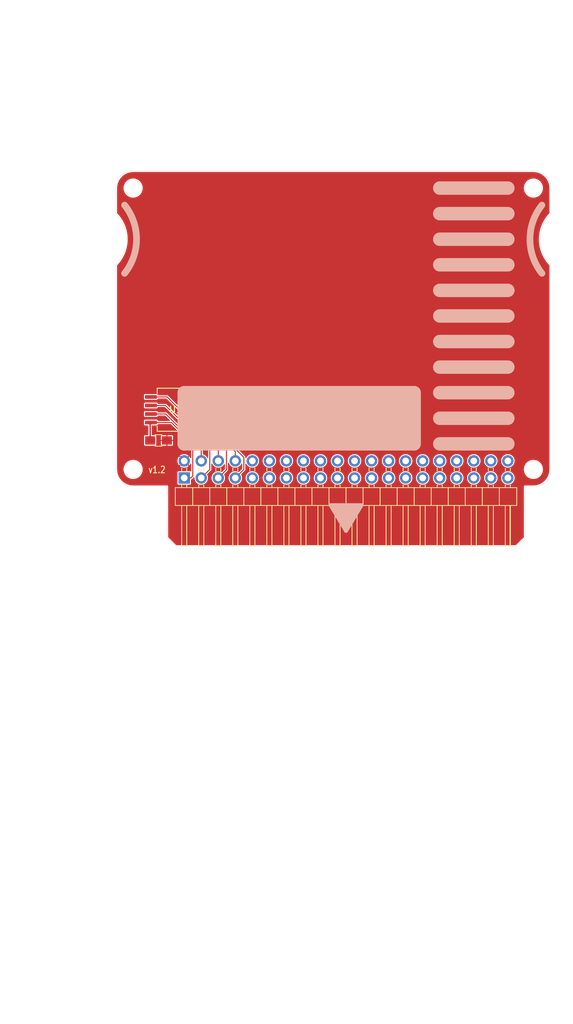
<source format=kicad_pcb>
(kicad_pcb (version 20190905) (host pcbnew "(5.99.0-269-g375c4bd3f)")

  (general
    (thickness 1.6)
    (drawings 75)
    (tracks 45)
    (modules 3)
    (nets 41)
  )

  (page "A4")
  (layers
    (0 "F.Cu" signal)
    (31 "B.Cu" signal)
    (32 "B.Adhes" user)
    (33 "F.Adhes" user)
    (34 "B.Paste" user)
    (35 "F.Paste" user)
    (36 "B.SilkS" user)
    (37 "F.SilkS" user)
    (38 "B.Mask" user)
    (39 "F.Mask" user)
    (40 "Dwgs.User" user)
    (41 "Cmts.User" user)
    (42 "Eco1.User" user)
    (43 "Eco2.User" user)
    (44 "Edge.Cuts" user)
    (45 "Margin" user)
    (46 "B.CrtYd" user)
    (47 "F.CrtYd" user)
    (48 "B.Fab" user)
    (49 "F.Fab" user)
  )

  (setup
    (stackup
      (layer "F.SilkS" (type "Top Silk Screen"))
      (layer "F.Paste" (type "Top Solder Paste"))
      (layer "F.Mask" (type "Top Solder Mask") (thickness 0.01) (color "Green"))
      (layer "F.Cu" (type "copper") (thickness 0.035))
      (layer "dielectric 1" (type "core") (thickness 1.51) (material "FR4") (epsilon_r 4.5) (loss_tangent 0.02))
      (layer "B.Cu" (type "copper") (thickness 0.035))
      (layer "B.Mask" (type "Bottom Solder Mask") (thickness 0.01) (color "Green"))
      (layer "B.Paste" (type "Bottom Solder Paste"))
      (layer "B.SilkS" (type "Bottom Silk Screen"))
      (copper_finish "None")
      (dielectric_constraints no)
    )
    (last_trace_width 0.25)
    (user_trace_width 0.1524)
    (user_trace_width 0.2032)
    (user_trace_width 0.254)
    (user_trace_width 0.3048)
    (trace_clearance 0.1524)
    (zone_clearance 0.508)
    (zone_45_only no)
    (trace_min 0.1524)
    (via_size 0.8)
    (via_drill 0.4)
    (via_min_size 0.4)
    (via_min_drill 0.3)
    (user_via 6.000001 2.999999)
    (user_via 7.999999 4)
    (uvia_size 0.3)
    (uvia_drill 0.1)
    (uvias_allowed no)
    (uvia_min_size 0.2)
    (uvia_min_drill 0.1)
    (max_error 0.005)
    (defaults
      (edge_clearance 0.01)
      (edge_cuts_line_width 0.05)
      (courtyard_line_width 0.05)
      (copper_line_width 0.2)
      (copper_text_dims (size 1.5 1.5) (thickness 0.3))
      (silk_line_width 0.3)
      (silk_text_dims (size 1 1) (thickness 0.15))
      (other_layers_line_width 0.1)
      (other_layers_text_dims (size 1 1) (thickness 0.15))
    )
    (pad_size 1.524 1.524)
    (pad_drill 0.762)
    (pad_to_mask_clearance 0.051)
    (solder_mask_min_width 0.25)
    (aux_axis_origin 67.3 50.8)
    (grid_origin 101.6 50.8)
    (visible_elements FFFFFF7F)
    (pcbplotparams
      (layerselection 0x210a8_7fffffff)
      (usegerberextensions false)
      (usegerberattributes false)
      (usegerberadvancedattributes false)
      (creategerberjobfile false)
      (excludeedgelayer true)
      (linewidth 0.100000)
      (plotframeref false)
      (viasonmask false)
      (mode 1)
      (useauxorigin false)
      (hpglpennumber 1)
      (hpglpenspeed 20)
      (hpglpendiameter 15.000000)
      (psnegative false)
      (psa4output false)
      (plotreference true)
      (plotvalue true)
      (plotinvisibletext false)
      (padsonsilk false)
      (subtractmaskfromsilk false)
      (outputformat 4)
      (mirror false)
      (drillshape 0)
      (scaleselection 1)
      (outputdirectory "prod/")
    )
  )

  (net 0 "")
  (net 1 "GND")
  (net 2 "+3V3")
  (net 3 "F_HOLD")
  (net 4 "F_CS")
  (net 5 "F_SCK")
  (net 6 "F_MISO")
  (net 7 "F_MOSI")
  (net 8 "F_WP")
  (net 9 "GENIO1")
  (net 10 "GENIO2")
  (net 11 "GENIO3")
  (net 12 "GENIO4")
  (net 13 "GENIO5")
  (net 14 "GENIO6")
  (net 15 "GENIO7")
  (net 16 "GENIO8")
  (net 17 "GENIO9")
  (net 18 "GENIO10")
  (net 19 "GENIO11")
  (net 20 "GENIO12")
  (net 21 "GENIO13")
  (net 22 "GENIO14")
  (net 23 "GENIO15")
  (net 24 "GENIO16")
  (net 25 "GENIO17")
  (net 26 "GENIO18")
  (net 27 "GENIO19")
  (net 28 "GENIO20")
  (net 29 "GENIO21")
  (net 30 "GENIO22")
  (net 31 "GENIO23")
  (net 32 "GENIO24")
  (net 33 "GENIO25")
  (net 34 "GENIO26")
  (net 35 "GENIO27")
  (net 36 "GENIO28")
  (net 37 "GENIO29")
  (net 38 "GENIO30")
  (net 39 "+5V")
  (net 40 "+BATT")

  (net_class "Default" "This is the default net class."
    (clearance 0.1524)
    (trace_width 0.25)
    (via_dia 0.8)
    (via_drill 0.4)
    (uvia_dia 0.3)
    (uvia_drill 0.1)
    (add_net "+3V3")
    (add_net "+5V")
    (add_net "+BATT")
    (add_net "F_CS")
    (add_net "F_HOLD")
    (add_net "F_MISO")
    (add_net "F_MOSI")
    (add_net "F_SCK")
    (add_net "F_WP")
    (add_net "GENIO1")
    (add_net "GENIO10")
    (add_net "GENIO11")
    (add_net "GENIO12")
    (add_net "GENIO13")
    (add_net "GENIO14")
    (add_net "GENIO15")
    (add_net "GENIO16")
    (add_net "GENIO17")
    (add_net "GENIO18")
    (add_net "GENIO19")
    (add_net "GENIO2")
    (add_net "GENIO20")
    (add_net "GENIO21")
    (add_net "GENIO22")
    (add_net "GENIO23")
    (add_net "GENIO24")
    (add_net "GENIO25")
    (add_net "GENIO26")
    (add_net "GENIO27")
    (add_net "GENIO28")
    (add_net "GENIO29")
    (add_net "GENIO3")
    (add_net "GENIO30")
    (add_net "GENIO4")
    (add_net "GENIO5")
    (add_net "GENIO6")
    (add_net "GENIO7")
    (add_net "GENIO8")
    (add_net "GENIO9")
    (add_net "GND")
  )

  (module "SuperconCartridge:Supercon_Cartridge_40pin_Connector" (layer "F.Cu") (tedit 5D9B7E27) (tstamp 5D9C2B2E)
    (at 125.73 93.98 -90)
    (descr "Through hole angled pin header, 2x20, 2.54mm pitch, 6mm pin length, double rows")
    (tags "Through hole angled pin header THT 2x20 2.54mm double row")
    (path "/5D9B779E")
    (fp_text reference "J1" (at 5.655 -2.27 -90) (layer "F.SilkS") hide
      (effects (font (size 1 1) (thickness 0.15)))
    )
    (fp_text value "Cartridge Connector" (at 13.8176 24.1554 180) (layer "F.Fab")
      (effects (font (size 1 1) (thickness 0.15)))
    )
    (fp_text user "%R" (at 5.31 24.13) (layer "F.Fab")
      (effects (font (size 1 1) (thickness 0.15)))
    )
    (fp_line (start 13.1 -1.8) (end -1.8 -1.8) (layer "F.CrtYd") (width 0.05))
    (fp_line (start 13.1 50.05) (end 13.1 -1.8) (layer "F.CrtYd") (width 0.05))
    (fp_line (start -1.8 50.05) (end 13.1 50.05) (layer "F.CrtYd") (width 0.05))
    (fp_line (start -1.8 -1.8) (end -1.8 50.05) (layer "F.CrtYd") (width 0.05))
    (fp_line (start 1.042929 48.64) (end 1.497071 48.64) (layer "F.SilkS") (width 0.12))
    (fp_line (start 1.042929 47.88) (end 1.497071 47.88) (layer "F.SilkS") (width 0.12))
    (fp_line (start 3.582929 48.64) (end 3.98 48.64) (layer "F.SilkS") (width 0.12))
    (fp_line (start 3.582929 47.88) (end 3.98 47.88) (layer "F.SilkS") (width 0.12))
    (fp_line (start 12.64 48.64) (end 6.64 48.64) (layer "F.SilkS") (width 0.12))
    (fp_line (start 12.64 47.88) (end 12.64 48.64) (layer "F.SilkS") (width 0.12))
    (fp_line (start 6.64 47.88) (end 12.64 47.88) (layer "F.SilkS") (width 0.12))
    (fp_line (start 3.98 46.99) (end 6.64 46.99) (layer "F.SilkS") (width 0.12))
    (fp_line (start 1.042929 46.1) (end 1.497071 46.1) (layer "F.SilkS") (width 0.12))
    (fp_line (start 1.042929 45.34) (end 1.497071 45.34) (layer "F.SilkS") (width 0.12))
    (fp_line (start 3.582929 46.1) (end 3.98 46.1) (layer "F.SilkS") (width 0.12))
    (fp_line (start 3.582929 45.34) (end 3.98 45.34) (layer "F.SilkS") (width 0.12))
    (fp_line (start 12.64 46.1) (end 6.64 46.1) (layer "F.SilkS") (width 0.12))
    (fp_line (start 12.64 45.34) (end 12.64 46.1) (layer "F.SilkS") (width 0.12))
    (fp_line (start 6.64 45.34) (end 12.64 45.34) (layer "F.SilkS") (width 0.12))
    (fp_line (start 3.98 44.45) (end 6.64 44.45) (layer "F.SilkS") (width 0.12))
    (fp_line (start 1.042929 43.56) (end 1.497071 43.56) (layer "F.SilkS") (width 0.12))
    (fp_line (start 1.042929 42.8) (end 1.497071 42.8) (layer "F.SilkS") (width 0.12))
    (fp_line (start 3.582929 43.56) (end 3.98 43.56) (layer "F.SilkS") (width 0.12))
    (fp_line (start 3.582929 42.8) (end 3.98 42.8) (layer "F.SilkS") (width 0.12))
    (fp_line (start 12.64 43.56) (end 6.64 43.56) (layer "F.SilkS") (width 0.12))
    (fp_line (start 12.64 42.8) (end 12.64 43.56) (layer "F.SilkS") (width 0.12))
    (fp_line (start 6.64 42.8) (end 12.64 42.8) (layer "F.SilkS") (width 0.12))
    (fp_line (start 3.98 41.91) (end 6.64 41.91) (layer "F.SilkS") (width 0.12))
    (fp_line (start 1.042929 41.02) (end 1.497071 41.02) (layer "F.SilkS") (width 0.12))
    (fp_line (start 1.042929 40.26) (end 1.497071 40.26) (layer "F.SilkS") (width 0.12))
    (fp_line (start 3.582929 41.02) (end 3.98 41.02) (layer "F.SilkS") (width 0.12))
    (fp_line (start 3.582929 40.26) (end 3.98 40.26) (layer "F.SilkS") (width 0.12))
    (fp_line (start 12.64 41.02) (end 6.64 41.02) (layer "F.SilkS") (width 0.12))
    (fp_line (start 12.64 40.26) (end 12.64 41.02) (layer "F.SilkS") (width 0.12))
    (fp_line (start 6.64 40.26) (end 12.64 40.26) (layer "F.SilkS") (width 0.12))
    (fp_line (start 3.98 39.37) (end 6.64 39.37) (layer "F.SilkS") (width 0.12))
    (fp_line (start 1.042929 38.48) (end 1.497071 38.48) (layer "F.SilkS") (width 0.12))
    (fp_line (start 1.042929 37.72) (end 1.497071 37.72) (layer "F.SilkS") (width 0.12))
    (fp_line (start 3.582929 38.48) (end 3.98 38.48) (layer "F.SilkS") (width 0.12))
    (fp_line (start 3.582929 37.72) (end 3.98 37.72) (layer "F.SilkS") (width 0.12))
    (fp_line (start 12.64 38.48) (end 6.64 38.48) (layer "F.SilkS") (width 0.12))
    (fp_line (start 12.64 37.72) (end 12.64 38.48) (layer "F.SilkS") (width 0.12))
    (fp_line (start 6.64 37.72) (end 12.64 37.72) (layer "F.SilkS") (width 0.12))
    (fp_line (start 3.98 36.83) (end 6.64 36.83) (layer "F.SilkS") (width 0.12))
    (fp_line (start 1.042929 35.94) (end 1.497071 35.94) (layer "F.SilkS") (width 0.12))
    (fp_line (start 1.042929 35.18) (end 1.497071 35.18) (layer "F.SilkS") (width 0.12))
    (fp_line (start 3.582929 35.94) (end 3.98 35.94) (layer "F.SilkS") (width 0.12))
    (fp_line (start 3.582929 35.18) (end 3.98 35.18) (layer "F.SilkS") (width 0.12))
    (fp_line (start 12.64 35.94) (end 6.64 35.94) (layer "F.SilkS") (width 0.12))
    (fp_line (start 12.64 35.18) (end 12.64 35.94) (layer "F.SilkS") (width 0.12))
    (fp_line (start 6.64 35.18) (end 12.64 35.18) (layer "F.SilkS") (width 0.12))
    (fp_line (start 3.98 34.29) (end 6.64 34.29) (layer "F.SilkS") (width 0.12))
    (fp_line (start 1.042929 33.4) (end 1.497071 33.4) (layer "F.SilkS") (width 0.12))
    (fp_line (start 1.042929 32.64) (end 1.497071 32.64) (layer "F.SilkS") (width 0.12))
    (fp_line (start 3.582929 33.4) (end 3.98 33.4) (layer "F.SilkS") (width 0.12))
    (fp_line (start 3.582929 32.64) (end 3.98 32.64) (layer "F.SilkS") (width 0.12))
    (fp_line (start 12.64 33.4) (end 6.64 33.4) (layer "F.SilkS") (width 0.12))
    (fp_line (start 12.64 32.64) (end 12.64 33.4) (layer "F.SilkS") (width 0.12))
    (fp_line (start 6.64 32.64) (end 12.64 32.64) (layer "F.SilkS") (width 0.12))
    (fp_line (start 3.98 31.75) (end 6.64 31.75) (layer "F.SilkS") (width 0.12))
    (fp_line (start 1.042929 30.86) (end 1.497071 30.86) (layer "F.SilkS") (width 0.12))
    (fp_line (start 1.042929 30.1) (end 1.497071 30.1) (layer "F.SilkS") (width 0.12))
    (fp_line (start 3.582929 30.86) (end 3.98 30.86) (layer "F.SilkS") (width 0.12))
    (fp_line (start 3.582929 30.1) (end 3.98 30.1) (layer "F.SilkS") (width 0.12))
    (fp_line (start 12.64 30.86) (end 6.64 30.86) (layer "F.SilkS") (width 0.12))
    (fp_line (start 12.64 30.1) (end 12.64 30.86) (layer "F.SilkS") (width 0.12))
    (fp_line (start 6.64 30.1) (end 12.64 30.1) (layer "F.SilkS") (width 0.12))
    (fp_line (start 3.98 29.21) (end 6.64 29.21) (layer "F.SilkS") (width 0.12))
    (fp_line (start 1.042929 28.32) (end 1.497071 28.32) (layer "F.SilkS") (width 0.12))
    (fp_line (start 1.042929 27.56) (end 1.497071 27.56) (layer "F.SilkS") (width 0.12))
    (fp_line (start 3.582929 28.32) (end 3.98 28.32) (layer "F.SilkS") (width 0.12))
    (fp_line (start 3.582929 27.56) (end 3.98 27.56) (layer "F.SilkS") (width 0.12))
    (fp_line (start 12.64 28.32) (end 6.64 28.32) (layer "F.SilkS") (width 0.12))
    (fp_line (start 12.64 27.56) (end 12.64 28.32) (layer "F.SilkS") (width 0.12))
    (fp_line (start 6.64 27.56) (end 12.64 27.56) (layer "F.SilkS") (width 0.12))
    (fp_line (start 3.98 26.67) (end 6.64 26.67) (layer "F.SilkS") (width 0.12))
    (fp_line (start 1.042929 25.78) (end 1.497071 25.78) (layer "F.SilkS") (width 0.12))
    (fp_line (start 1.042929 25.02) (end 1.497071 25.02) (layer "F.SilkS") (width 0.12))
    (fp_line (start 3.582929 25.78) (end 3.98 25.78) (layer "F.SilkS") (width 0.12))
    (fp_line (start 3.582929 25.02) (end 3.98 25.02) (layer "F.SilkS") (width 0.12))
    (fp_line (start 12.64 25.78) (end 6.64 25.78) (layer "F.SilkS") (width 0.12))
    (fp_line (start 12.64 25.02) (end 12.64 25.78) (layer "F.SilkS") (width 0.12))
    (fp_line (start 6.64 25.02) (end 12.64 25.02) (layer "F.SilkS") (width 0.12))
    (fp_line (start 3.98 24.13) (end 6.64 24.13) (layer "F.SilkS") (width 0.12))
    (fp_line (start 1.042929 23.24) (end 1.497071 23.24) (layer "F.SilkS") (width 0.12))
    (fp_line (start 1.042929 22.48) (end 1.497071 22.48) (layer "F.SilkS") (width 0.12))
    (fp_line (start 3.582929 23.24) (end 3.98 23.24) (layer "F.SilkS") (width 0.12))
    (fp_line (start 3.582929 22.48) (end 3.98 22.48) (layer "F.SilkS") (width 0.12))
    (fp_line (start 12.64 23.24) (end 6.64 23.24) (layer "F.SilkS") (width 0.12))
    (fp_line (start 12.64 22.48) (end 12.64 23.24) (layer "F.SilkS") (width 0.12))
    (fp_line (start 6.64 22.48) (end 12.64 22.48) (layer "F.SilkS") (width 0.12))
    (fp_line (start 3.98 21.59) (end 6.64 21.59) (layer "F.SilkS") (width 0.12))
    (fp_line (start 1.042929 20.7) (end 1.497071 20.7) (layer "F.SilkS") (width 0.12))
    (fp_line (start 1.042929 19.94) (end 1.497071 19.94) (layer "F.SilkS") (width 0.12))
    (fp_line (start 3.582929 20.7) (end 3.98 20.7) (layer "F.SilkS") (width 0.12))
    (fp_line (start 3.582929 19.94) (end 3.98 19.94) (layer "F.SilkS") (width 0.12))
    (fp_line (start 12.64 20.7) (end 6.64 20.7) (layer "F.SilkS") (width 0.12))
    (fp_line (start 12.64 19.94) (end 12.64 20.7) (layer "F.SilkS") (width 0.12))
    (fp_line (start 6.64 19.94) (end 12.64 19.94) (layer "F.SilkS") (width 0.12))
    (fp_line (start 3.98 19.05) (end 6.64 19.05) (layer "F.SilkS") (width 0.12))
    (fp_line (start 1.042929 18.16) (end 1.497071 18.16) (layer "F.SilkS") (width 0.12))
    (fp_line (start 1.042929 17.4) (end 1.497071 17.4) (layer "F.SilkS") (width 0.12))
    (fp_line (start 3.582929 18.16) (end 3.98 18.16) (layer "F.SilkS") (width 0.12))
    (fp_line (start 3.582929 17.4) (end 3.98 17.4) (layer "F.SilkS") (width 0.12))
    (fp_line (start 12.64 18.16) (end 6.64 18.16) (layer "F.SilkS") (width 0.12))
    (fp_line (start 12.64 17.4) (end 12.64 18.16) (layer "F.SilkS") (width 0.12))
    (fp_line (start 6.64 17.4) (end 12.64 17.4) (layer "F.SilkS") (width 0.12))
    (fp_line (start 3.98 16.51) (end 6.64 16.51) (layer "F.SilkS") (width 0.12))
    (fp_line (start 1.042929 15.62) (end 1.497071 15.62) (layer "F.SilkS") (width 0.12))
    (fp_line (start 1.042929 14.86) (end 1.497071 14.86) (layer "F.SilkS") (width 0.12))
    (fp_line (start 3.582929 15.62) (end 3.98 15.62) (layer "F.SilkS") (width 0.12))
    (fp_line (start 3.582929 14.86) (end 3.98 14.86) (layer "F.SilkS") (width 0.12))
    (fp_line (start 12.64 15.62) (end 6.64 15.62) (layer "F.SilkS") (width 0.12))
    (fp_line (start 12.64 14.86) (end 12.64 15.62) (layer "F.SilkS") (width 0.12))
    (fp_line (start 6.64 14.86) (end 12.64 14.86) (layer "F.SilkS") (width 0.12))
    (fp_line (start 3.98 13.97) (end 6.64 13.97) (layer "F.SilkS") (width 0.12))
    (fp_line (start 1.042929 13.08) (end 1.497071 13.08) (layer "F.SilkS") (width 0.12))
    (fp_line (start 1.042929 12.32) (end 1.497071 12.32) (layer "F.SilkS") (width 0.12))
    (fp_line (start 3.582929 13.08) (end 3.98 13.08) (layer "F.SilkS") (width 0.12))
    (fp_line (start 3.582929 12.32) (end 3.98 12.32) (layer "F.SilkS") (width 0.12))
    (fp_line (start 12.64 13.08) (end 6.64 13.08) (layer "F.SilkS") (width 0.12))
    (fp_line (start 12.64 12.32) (end 12.64 13.08) (layer "F.SilkS") (width 0.12))
    (fp_line (start 6.64 12.32) (end 12.64 12.32) (layer "F.SilkS") (width 0.12))
    (fp_line (start 3.98 11.43) (end 6.64 11.43) (layer "F.SilkS") (width 0.12))
    (fp_line (start 1.042929 10.54) (end 1.497071 10.54) (layer "F.SilkS") (width 0.12))
    (fp_line (start 1.042929 9.78) (end 1.497071 9.78) (layer "F.SilkS") (width 0.12))
    (fp_line (start 3.582929 10.54) (end 3.98 10.54) (layer "F.SilkS") (width 0.12))
    (fp_line (start 3.582929 9.78) (end 3.98 9.78) (layer "F.SilkS") (width 0.12))
    (fp_line (start 12.64 10.54) (end 6.64 10.54) (layer "F.SilkS") (width 0.12))
    (fp_line (start 12.64 9.78) (end 12.64 10.54) (layer "F.SilkS") (width 0.12))
    (fp_line (start 6.64 9.78) (end 12.64 9.78) (layer "F.SilkS") (width 0.12))
    (fp_line (start 3.98 8.89) (end 6.64 8.89) (layer "F.SilkS") (width 0.12))
    (fp_line (start 1.042929 8) (end 1.497071 8) (layer "F.SilkS") (width 0.12))
    (fp_line (start 1.042929 7.24) (end 1.497071 7.24) (layer "F.SilkS") (width 0.12))
    (fp_line (start 3.582929 8) (end 3.98 8) (layer "F.SilkS") (width 0.12))
    (fp_line (start 3.582929 7.24) (end 3.98 7.24) (layer "F.SilkS") (width 0.12))
    (fp_line (start 12.64 8) (end 6.64 8) (layer "F.SilkS") (width 0.12))
    (fp_line (start 12.64 7.24) (end 12.64 8) (layer "F.SilkS") (width 0.12))
    (fp_line (start 6.64 7.24) (end 12.64 7.24) (layer "F.SilkS") (width 0.12))
    (fp_line (start 3.98 6.35) (end 6.64 6.35) (layer "F.SilkS") (width 0.12))
    (fp_line (start 1.042929 5.46) (end 1.497071 5.46) (layer "F.SilkS") (width 0.12))
    (fp_line (start 1.042929 4.7) (end 1.497071 4.7) (layer "F.SilkS") (width 0.12))
    (fp_line (start 3.582929 5.46) (end 3.98 5.46) (layer "F.SilkS") (width 0.12))
    (fp_line (start 3.582929 4.7) (end 3.98 4.7) (layer "F.SilkS") (width 0.12))
    (fp_line (start 12.64 5.46) (end 6.64 5.46) (layer "F.SilkS") (width 0.12))
    (fp_line (start 12.64 4.7) (end 12.64 5.46) (layer "F.SilkS") (width 0.12))
    (fp_line (start 6.64 4.7) (end 12.64 4.7) (layer "F.SilkS") (width 0.12))
    (fp_line (start 3.98 3.81) (end 6.64 3.81) (layer "F.SilkS") (width 0.12))
    (fp_line (start 1.042929 2.92) (end 1.497071 2.92) (layer "F.SilkS") (width 0.12))
    (fp_line (start 1.042929 2.16) (end 1.497071 2.16) (layer "F.SilkS") (width 0.12))
    (fp_line (start 3.582929 2.92) (end 3.98 2.92) (layer "F.SilkS") (width 0.12))
    (fp_line (start 3.582929 2.16) (end 3.98 2.16) (layer "F.SilkS") (width 0.12))
    (fp_line (start 12.64 2.92) (end 6.64 2.92) (layer "F.SilkS") (width 0.12))
    (fp_line (start 12.64 2.16) (end 12.64 2.92) (layer "F.SilkS") (width 0.12))
    (fp_line (start 6.64 2.16) (end 12.64 2.16) (layer "F.SilkS") (width 0.12))
    (fp_line (start 3.98 1.27) (end 6.64 1.27) (layer "F.SilkS") (width 0.12))
    (fp_line (start 1.11 0.38) (end 1.497071 0.38) (layer "F.SilkS") (width 0.12))
    (fp_line (start 1.11 -0.38) (end 1.497071 -0.38) (layer "F.SilkS") (width 0.12))
    (fp_line (start 3.582929 0.38) (end 3.98 0.38) (layer "F.SilkS") (width 0.12))
    (fp_line (start 3.582929 -0.38) (end 3.98 -0.38) (layer "F.SilkS") (width 0.12))
    (fp_line (start 6.64 -0.32) (end 12.64 -0.32) (layer "F.SilkS") (width 0.12))
    (fp_line (start 12.64 0.38) (end 6.64 0.38) (layer "F.SilkS") (width 0.12))
    (fp_line (start 12.64 -0.38) (end 12.64 0.38) (layer "F.SilkS") (width 0.12))
    (fp_line (start 6.64 -0.38) (end 12.64 -0.38) (layer "F.SilkS") (width 0.12))
    (fp_line (start 6.64 -1.33) (end 3.98 -1.33) (layer "F.SilkS") (width 0.12))
    (fp_line (start 6.64 49.59) (end 6.64 -1.33) (layer "F.SilkS") (width 0.12))
    (fp_line (start 3.98 49.59) (end 6.64 49.59) (layer "F.SilkS") (width 0.12))
    (fp_line (start 3.98 -1.33) (end 3.98 49.59) (layer "F.SilkS") (width 0.12))
    (fp_line (start 6.58 48.58) (end 12.58 48.58) (layer "F.Fab") (width 0.1))
    (fp_line (start 12.58 47.94) (end 12.58 48.58) (layer "F.Fab") (width 0.1))
    (fp_line (start 6.58 47.94) (end 12.58 47.94) (layer "F.Fab") (width 0.1))
    (fp_line (start -0.32 48.58) (end 4.04 48.58) (layer "F.Fab") (width 0.1))
    (fp_line (start -0.32 47.94) (end -0.32 48.58) (layer "F.Fab") (width 0.1))
    (fp_line (start -0.32 47.94) (end 4.04 47.94) (layer "F.Fab") (width 0.1))
    (fp_line (start 6.58 46.04) (end 12.58 46.04) (layer "F.Fab") (width 0.1))
    (fp_line (start 12.58 45.4) (end 12.58 46.04) (layer "F.Fab") (width 0.1))
    (fp_line (start 6.58 45.4) (end 12.58 45.4) (layer "F.Fab") (width 0.1))
    (fp_line (start -0.32 46.04) (end 4.04 46.04) (layer "F.Fab") (width 0.1))
    (fp_line (start -0.32 45.4) (end -0.32 46.04) (layer "F.Fab") (width 0.1))
    (fp_line (start -0.32 45.4) (end 4.04 45.4) (layer "F.Fab") (width 0.1))
    (fp_line (start 6.58 43.5) (end 12.58 43.5) (layer "F.Fab") (width 0.1))
    (fp_line (start 12.58 42.86) (end 12.58 43.5) (layer "F.Fab") (width 0.1))
    (fp_line (start 6.58 42.86) (end 12.58 42.86) (layer "F.Fab") (width 0.1))
    (fp_line (start -0.32 43.5) (end 4.04 43.5) (layer "F.Fab") (width 0.1))
    (fp_line (start -0.32 42.86) (end -0.32 43.5) (layer "F.Fab") (width 0.1))
    (fp_line (start -0.32 42.86) (end 4.04 42.86) (layer "F.Fab") (width 0.1))
    (fp_line (start 6.58 40.96) (end 12.58 40.96) (layer "F.Fab") (width 0.1))
    (fp_line (start 12.58 40.32) (end 12.58 40.96) (layer "F.Fab") (width 0.1))
    (fp_line (start 6.58 40.32) (end 12.58 40.32) (layer "F.Fab") (width 0.1))
    (fp_line (start -0.32 40.96) (end 4.04 40.96) (layer "F.Fab") (width 0.1))
    (fp_line (start -0.32 40.32) (end -0.32 40.96) (layer "F.Fab") (width 0.1))
    (fp_line (start -0.32 40.32) (end 4.04 40.32) (layer "F.Fab") (width 0.1))
    (fp_line (start 6.58 38.42) (end 12.58 38.42) (layer "F.Fab") (width 0.1))
    (fp_line (start 12.58 37.78) (end 12.58 38.42) (layer "F.Fab") (width 0.1))
    (fp_line (start 6.58 37.78) (end 12.58 37.78) (layer "F.Fab") (width 0.1))
    (fp_line (start -0.32 38.42) (end 4.04 38.42) (layer "F.Fab") (width 0.1))
    (fp_line (start -0.32 37.78) (end -0.32 38.42) (layer "F.Fab") (width 0.1))
    (fp_line (start -0.32 37.78) (end 4.04 37.78) (layer "F.Fab") (width 0.1))
    (fp_line (start 6.58 35.88) (end 12.58 35.88) (layer "F.Fab") (width 0.1))
    (fp_line (start 12.58 35.24) (end 12.58 35.88) (layer "F.Fab") (width 0.1))
    (fp_line (start 6.58 35.24) (end 12.58 35.24) (layer "F.Fab") (width 0.1))
    (fp_line (start -0.32 35.88) (end 4.04 35.88) (layer "F.Fab") (width 0.1))
    (fp_line (start -0.32 35.24) (end -0.32 35.88) (layer "F.Fab") (width 0.1))
    (fp_line (start -0.32 35.24) (end 4.04 35.24) (layer "F.Fab") (width 0.1))
    (fp_line (start 6.58 33.34) (end 12.58 33.34) (layer "F.Fab") (width 0.1))
    (fp_line (start 12.58 32.7) (end 12.58 33.34) (layer "F.Fab") (width 0.1))
    (fp_line (start 6.58 32.7) (end 12.58 32.7) (layer "F.Fab") (width 0.1))
    (fp_line (start -0.32 33.34) (end 4.04 33.34) (layer "F.Fab") (width 0.1))
    (fp_line (start -0.32 32.7) (end -0.32 33.34) (layer "F.Fab") (width 0.1))
    (fp_line (start -0.32 32.7) (end 4.04 32.7) (layer "F.Fab") (width 0.1))
    (fp_line (start 6.58 30.8) (end 12.58 30.8) (layer "F.Fab") (width 0.1))
    (fp_line (start 12.58 30.16) (end 12.58 30.8) (layer "F.Fab") (width 0.1))
    (fp_line (start 6.58 30.16) (end 12.58 30.16) (layer "F.Fab") (width 0.1))
    (fp_line (start -0.32 30.8) (end 4.04 30.8) (layer "F.Fab") (width 0.1))
    (fp_line (start -0.32 30.16) (end -0.32 30.8) (layer "F.Fab") (width 0.1))
    (fp_line (start -0.32 30.16) (end 4.04 30.16) (layer "F.Fab") (width 0.1))
    (fp_line (start 6.58 28.26) (end 12.58 28.26) (layer "F.Fab") (width 0.1))
    (fp_line (start 12.58 27.62) (end 12.58 28.26) (layer "F.Fab") (width 0.1))
    (fp_line (start 6.58 27.62) (end 12.58 27.62) (layer "F.Fab") (width 0.1))
    (fp_line (start -0.32 28.26) (end 4.04 28.26) (layer "F.Fab") (width 0.1))
    (fp_line (start -0.32 27.62) (end -0.32 28.26) (layer "F.Fab") (width 0.1))
    (fp_line (start -0.32 27.62) (end 4.04 27.62) (layer "F.Fab") (width 0.1))
    (fp_line (start 6.58 25.72) (end 12.58 25.72) (layer "F.Fab") (width 0.1))
    (fp_line (start 12.58 25.08) (end 12.58 25.72) (layer "F.Fab") (width 0.1))
    (fp_line (start 6.58 25.08) (end 12.58 25.08) (layer "F.Fab") (width 0.1))
    (fp_line (start -0.32 25.72) (end 4.04 25.72) (layer "F.Fab") (width 0.1))
    (fp_line (start -0.32 25.08) (end -0.32 25.72) (layer "F.Fab") (width 0.1))
    (fp_line (start -0.32 25.08) (end 4.04 25.08) (layer "F.Fab") (width 0.1))
    (fp_line (start 6.58 23.18) (end 12.58 23.18) (layer "F.Fab") (width 0.1))
    (fp_line (start 12.58 22.54) (end 12.58 23.18) (layer "F.Fab") (width 0.1))
    (fp_line (start 6.58 22.54) (end 12.58 22.54) (layer "F.Fab") (width 0.1))
    (fp_line (start -0.32 23.18) (end 4.04 23.18) (layer "F.Fab") (width 0.1))
    (fp_line (start -0.32 22.54) (end -0.32 23.18) (layer "F.Fab") (width 0.1))
    (fp_line (start -0.32 22.54) (end 4.04 22.54) (layer "F.Fab") (width 0.1))
    (fp_line (start 6.58 20.64) (end 12.58 20.64) (layer "F.Fab") (width 0.1))
    (fp_line (start 12.58 20) (end 12.58 20.64) (layer "F.Fab") (width 0.1))
    (fp_line (start 6.58 20) (end 12.58 20) (layer "F.Fab") (width 0.1))
    (fp_line (start -0.32 20.64) (end 4.04 20.64) (layer "F.Fab") (width 0.1))
    (fp_line (start -0.32 20) (end -0.32 20.64) (layer "F.Fab") (width 0.1))
    (fp_line (start -0.32 20) (end 4.04 20) (layer "F.Fab") (width 0.1))
    (fp_line (start 6.58 18.1) (end 12.58 18.1) (layer "F.Fab") (width 0.1))
    (fp_line (start 12.58 17.46) (end 12.58 18.1) (layer "F.Fab") (width 0.1))
    (fp_line (start 6.58 17.46) (end 12.58 17.46) (layer "F.Fab") (width 0.1))
    (fp_line (start -0.32 18.1) (end 4.04 18.1) (layer "F.Fab") (width 0.1))
    (fp_line (start -0.32 17.46) (end -0.32 18.1) (layer "F.Fab") (width 0.1))
    (fp_line (start -0.32 17.46) (end 4.04 17.46) (layer "F.Fab") (width 0.1))
    (fp_line (start 6.58 15.56) (end 12.58 15.56) (layer "F.Fab") (width 0.1))
    (fp_line (start 12.58 14.92) (end 12.58 15.56) (layer "F.Fab") (width 0.1))
    (fp_line (start 6.58 14.92) (end 12.58 14.92) (layer "F.Fab") (width 0.1))
    (fp_line (start -0.32 15.56) (end 4.04 15.56) (layer "F.Fab") (width 0.1))
    (fp_line (start -0.32 14.92) (end -0.32 15.56) (layer "F.Fab") (width 0.1))
    (fp_line (start -0.32 14.92) (end 4.04 14.92) (layer "F.Fab") (width 0.1))
    (fp_line (start 6.58 13.02) (end 12.58 13.02) (layer "F.Fab") (width 0.1))
    (fp_line (start 12.58 12.38) (end 12.58 13.02) (layer "F.Fab") (width 0.1))
    (fp_line (start 6.58 12.38) (end 12.58 12.38) (layer "F.Fab") (width 0.1))
    (fp_line (start -0.32 13.02) (end 4.04 13.02) (layer "F.Fab") (width 0.1))
    (fp_line (start -0.32 12.38) (end -0.32 13.02) (layer "F.Fab") (width 0.1))
    (fp_line (start -0.32 12.38) (end 4.04 12.38) (layer "F.Fab") (width 0.1))
    (fp_line (start 6.58 10.48) (end 12.58 10.48) (layer "F.Fab") (width 0.1))
    (fp_line (start 12.58 9.84) (end 12.58 10.48) (layer "F.Fab") (width 0.1))
    (fp_line (start 6.58 9.84) (end 12.58 9.84) (layer "F.Fab") (width 0.1))
    (fp_line (start -0.32 10.48) (end 4.04 10.48) (layer "F.Fab") (width 0.1))
    (fp_line (start -0.32 9.84) (end -0.32 10.48) (layer "F.Fab") (width 0.1))
    (fp_line (start -0.32 9.84) (end 4.04 9.84) (layer "F.Fab") (width 0.1))
    (fp_line (start 6.58 7.94) (end 12.58 7.94) (layer "F.Fab") (width 0.1))
    (fp_line (start 12.58 7.3) (end 12.58 7.94) (layer "F.Fab") (width 0.1))
    (fp_line (start 6.58 7.3) (end 12.58 7.3) (layer "F.Fab") (width 0.1))
    (fp_line (start -0.32 7.94) (end 4.04 7.94) (layer "F.Fab") (width 0.1))
    (fp_line (start -0.32 7.3) (end -0.32 7.94) (layer "F.Fab") (width 0.1))
    (fp_line (start -0.32 7.3) (end 4.04 7.3) (layer "F.Fab") (width 0.1))
    (fp_line (start 6.58 5.4) (end 12.58 5.4) (layer "F.Fab") (width 0.1))
    (fp_line (start 12.58 4.76) (end 12.58 5.4) (layer "F.Fab") (width 0.1))
    (fp_line (start 6.58 4.76) (end 12.58 4.76) (layer "F.Fab") (width 0.1))
    (fp_line (start -0.32 5.4) (end 4.04 5.4) (layer "F.Fab") (width 0.1))
    (fp_line (start -0.32 4.76) (end -0.32 5.4) (layer "F.Fab") (width 0.1))
    (fp_line (start -0.32 4.76) (end 4.04 4.76) (layer "F.Fab") (width 0.1))
    (fp_line (start 6.58 2.86) (end 12.58 2.86) (layer "F.Fab") (width 0.1))
    (fp_line (start 12.58 2.22) (end 12.58 2.86) (layer "F.Fab") (width 0.1))
    (fp_line (start 6.58 2.22) (end 12.58 2.22) (layer "F.Fab") (width 0.1))
    (fp_line (start -0.32 2.86) (end 4.04 2.86) (layer "F.Fab") (width 0.1))
    (fp_line (start -0.32 2.22) (end -0.32 2.86) (layer "F.Fab") (width 0.1))
    (fp_line (start -0.32 2.22) (end 4.04 2.22) (layer "F.Fab") (width 0.1))
    (fp_line (start 6.58 0.32) (end 12.58 0.32) (layer "F.Fab") (width 0.1))
    (fp_line (start 12.58 -0.32) (end 12.58 0.32) (layer "F.Fab") (width 0.1))
    (fp_line (start 6.58 -0.32) (end 12.58 -0.32) (layer "F.Fab") (width 0.1))
    (fp_line (start -0.32 0.32) (end 4.04 0.32) (layer "F.Fab") (width 0.1))
    (fp_line (start -0.32 -0.32) (end -0.32 0.32) (layer "F.Fab") (width 0.1))
    (fp_line (start -0.32 -0.32) (end 4.04 -0.32) (layer "F.Fab") (width 0.1))
    (fp_line (start 4.04 49.53) (end 4.04 -1.2573) (layer "F.Fab") (width 0.1))
    (fp_line (start 6.58 49.53) (end 4.04 49.53) (layer "F.Fab") (width 0.1))
    (fp_line (start 6.58 -1.27) (end 6.58 49.53) (layer "F.Fab") (width 0.1))
    (fp_line (start 4.0513 -1.27) (end 6.58 -1.27) (layer "F.Fab") (width 0.1))
    (pad "1" thru_hole rect (at 2.54 48.26 270) (size 1.7 1.7) (drill 1) (layers *.Cu *.Mask)
      (net 2 "+3V3"))
    (pad "2" thru_hole circle (at 0 48.26 270) (size 1.7 1.7) (drill 1) (layers *.Cu *.Mask)
      (net 1 "GND"))
    (pad "3" thru_hole oval (at 2.54 45.72 270) (size 1.7 1.7) (drill 1) (layers *.Cu *.Mask)
      (net 4 "F_CS"))
    (pad "4" thru_hole oval (at 0 45.72 270) (size 1.7 1.7) (drill 1) (layers *.Cu *.Mask)
      (net 3 "F_HOLD"))
    (pad "5" thru_hole oval (at 2.54 43.18 270) (size 1.7 1.7) (drill 1) (layers *.Cu *.Mask)
      (net 6 "F_MISO"))
    (pad "6" thru_hole oval (at 0 43.18 270) (size 1.7 1.7) (drill 1) (layers *.Cu *.Mask)
      (net 5 "F_SCK"))
    (pad "7" thru_hole oval (at 2.54 40.64 270) (size 1.7 1.7) (drill 1) (layers *.Cu *.Mask)
      (net 8 "F_WP"))
    (pad "8" thru_hole oval (at 0 40.64 270) (size 1.7 1.7) (drill 1) (layers *.Cu *.Mask)
      (net 7 "F_MOSI"))
    (pad "9" thru_hole oval (at 2.54 38.1 270) (size 1.7 1.7) (drill 1) (layers *.Cu *.Mask)
      (net 9 "GENIO1"))
    (pad "10" thru_hole oval (at 0 38.1 270) (size 1.7 1.7) (drill 1) (layers *.Cu *.Mask)
      (net 10 "GENIO2"))
    (pad "11" thru_hole oval (at 2.54 35.56 270) (size 1.7 1.7) (drill 1) (layers *.Cu *.Mask)
      (net 11 "GENIO3"))
    (pad "12" thru_hole oval (at 0 35.56 270) (size 1.7 1.7) (drill 1) (layers *.Cu *.Mask)
      (net 12 "GENIO4"))
    (pad "13" thru_hole oval (at 2.54 33.02 270) (size 1.7 1.7) (drill 1) (layers *.Cu *.Mask)
      (net 13 "GENIO5"))
    (pad "14" thru_hole oval (at 0 33.02 270) (size 1.7 1.7) (drill 1) (layers *.Cu *.Mask)
      (net 14 "GENIO6"))
    (pad "15" thru_hole oval (at 2.54 30.48 270) (size 1.7 1.7) (drill 1) (layers *.Cu *.Mask)
      (net 15 "GENIO7"))
    (pad "16" thru_hole oval (at 0 30.48 270) (size 1.7 1.7) (drill 1) (layers *.Cu *.Mask)
      (net 16 "GENIO8"))
    (pad "17" thru_hole oval (at 2.54 27.94 270) (size 1.7 1.7) (drill 1) (layers *.Cu *.Mask)
      (net 17 "GENIO9"))
    (pad "18" thru_hole oval (at 0 27.94 270) (size 1.7 1.7) (drill 1) (layers *.Cu *.Mask)
      (net 18 "GENIO10"))
    (pad "19" thru_hole oval (at 2.54 25.4 270) (size 1.7 1.7) (drill 1) (layers *.Cu *.Mask)
      (net 19 "GENIO11"))
    (pad "20" thru_hole oval (at 0 25.4 270) (size 1.7 1.7) (drill 1) (layers *.Cu *.Mask)
      (net 20 "GENIO12"))
    (pad "21" thru_hole oval (at 2.54 22.86 270) (size 1.7 1.7) (drill 1) (layers *.Cu *.Mask)
      (net 21 "GENIO13"))
    (pad "22" thru_hole oval (at 0 22.86 270) (size 1.7 1.7) (drill 1) (layers *.Cu *.Mask)
      (net 22 "GENIO14"))
    (pad "23" thru_hole oval (at 2.54 20.32 270) (size 1.7 1.7) (drill 1) (layers *.Cu *.Mask)
      (net 23 "GENIO15"))
    (pad "24" thru_hole oval (at 0 20.32 270) (size 1.7 1.7) (drill 1) (layers *.Cu *.Mask)
      (net 24 "GENIO16"))
    (pad "25" thru_hole oval (at 2.54 17.78 270) (size 1.7 1.7) (drill 1) (layers *.Cu *.Mask)
      (net 25 "GENIO17"))
    (pad "26" thru_hole oval (at 0 17.78 270) (size 1.7 1.7) (drill 1) (layers *.Cu *.Mask)
      (net 26 "GENIO18"))
    (pad "27" thru_hole oval (at 2.54 15.24 270) (size 1.7 1.7) (drill 1) (layers *.Cu *.Mask)
      (net 27 "GENIO19"))
    (pad "28" thru_hole oval (at 0 15.24 270) (size 1.7 1.7) (drill 1) (layers *.Cu *.Mask)
      (net 28 "GENIO20"))
    (pad "29" thru_hole oval (at 2.54 12.7 270) (size 1.7 1.7) (drill 1) (layers *.Cu *.Mask)
      (net 29 "GENIO21"))
    (pad "30" thru_hole oval (at 0 12.7 270) (size 1.7 1.7) (drill 1) (layers *.Cu *.Mask)
      (net 30 "GENIO22"))
    (pad "31" thru_hole oval (at 2.54 10.16 270) (size 1.7 1.7) (drill 1) (layers *.Cu *.Mask)
      (net 31 "GENIO23"))
    (pad "32" thru_hole oval (at 0 10.16 270) (size 1.7 1.7) (drill 1) (layers *.Cu *.Mask)
      (net 32 "GENIO24"))
    (pad "33" thru_hole oval (at 2.54 7.62 270) (size 1.7 1.7) (drill 1) (layers *.Cu *.Mask)
      (net 33 "GENIO25"))
    (pad "34" thru_hole oval (at 0 7.62 270) (size 1.7 1.7) (drill 1) (layers *.Cu *.Mask)
      (net 34 "GENIO26"))
    (pad "35" thru_hole oval (at 2.54 5.08 270) (size 1.7 1.7) (drill 1) (layers *.Cu *.Mask)
      (net 35 "GENIO27"))
    (pad "36" thru_hole oval (at 0 5.08 270) (size 1.7 1.7) (drill 1) (layers *.Cu *.Mask)
      (net 36 "GENIO28"))
    (pad "37" thru_hole oval (at 2.54 2.54 270) (size 1.7 1.7) (drill 1) (layers *.Cu *.Mask)
      (net 37 "GENIO29"))
    (pad "38" thru_hole oval (at 0 2.54 270) (size 1.7 1.7) (drill 1) (layers *.Cu *.Mask)
      (net 38 "GENIO30"))
    (pad "39" thru_hole oval (at 2.54 0 270) (size 1.7 1.7) (drill 1) (layers *.Cu *.Mask)
      (net 40 "+BATT"))
    (pad "40" thru_hole circle (at 0 0 270) (size 1.7 1.7) (drill 1) (layers *.Cu *.Mask)
      (net 39 "+5V"))
    (model "${KISYS3DMOD}/Connector_PinHeader_2.54mm.3dshapes/PinHeader_2x20_P2.54mm_Horizontal.step"
      (at (xyz 0 0 0))
      (scale (xyz 1 1 1))
      (rotate (xyz 0 0 0))
    )
  )

  (module "Housings_SOIC:SO-8_5.3x6.2mm_Pitch1.27mm" (layer "F.Cu") (tedit 59920130) (tstamp 5D9C2B4B)
    (at 76.2 86.36 180)
    (descr "8-Lead Plastic Small Outline, 5.3x6.2mm Body (http://www.ti.com.cn/cn/lit/ds/symlink/tl7705a.pdf)")
    (tags "SOIC 1.27")
    (path "/5D9CC1B6")
    (attr smd)
    (fp_text reference "U1" (at 0 0 180) (layer "F.SilkS")
      (effects (font (size 1 1) (thickness 0.15)))
    )
    (fp_text value "W25Q128" (at 0 4.13 180) (layer "F.Fab")
      (effects (font (size 1 1) (thickness 0.15)))
    )
    (fp_line (start -2.75 -2.55) (end -4.5 -2.55) (layer "F.SilkS") (width 0.15))
    (fp_line (start -2.75 3.205) (end 2.75 3.205) (layer "F.SilkS") (width 0.15))
    (fp_line (start -2.75 -3.205) (end 2.75 -3.205) (layer "F.SilkS") (width 0.15))
    (fp_line (start -2.75 3.205) (end -2.75 2.455) (layer "F.SilkS") (width 0.15))
    (fp_line (start 2.75 3.205) (end 2.75 2.455) (layer "F.SilkS") (width 0.15))
    (fp_line (start 2.75 -3.205) (end 2.75 -2.455) (layer "F.SilkS") (width 0.15))
    (fp_line (start -2.75 -3.205) (end -2.75 -2.55) (layer "F.SilkS") (width 0.15))
    (fp_line (start -4.83 3.35) (end 4.83 3.35) (layer "F.CrtYd") (width 0.05))
    (fp_line (start -4.83 -3.35) (end 4.83 -3.35) (layer "F.CrtYd") (width 0.05))
    (fp_line (start 4.83 -3.35) (end 4.83 3.35) (layer "F.CrtYd") (width 0.05))
    (fp_line (start -4.83 -3.35) (end -4.83 3.35) (layer "F.CrtYd") (width 0.05))
    (fp_line (start -2.65 -2.1) (end -1.65 -3.1) (layer "F.Fab") (width 0.15))
    (fp_line (start -2.65 3.1) (end -2.65 -2.1) (layer "F.Fab") (width 0.15))
    (fp_line (start 2.65 3.1) (end -2.65 3.1) (layer "F.Fab") (width 0.15))
    (fp_line (start 2.65 -3.1) (end 2.65 3.1) (layer "F.Fab") (width 0.15))
    (fp_line (start -1.65 -3.1) (end 2.65 -3.1) (layer "F.Fab") (width 0.15))
    (fp_text user "%R" (at 0 0 180) (layer "F.Fab")
      (effects (font (size 1 1) (thickness 0.15)))
    )
    (pad "8" smd rect (at 3.7 -1.905 180) (size 1.75 0.55) (layers "F.Cu" "F.Paste" "F.Mask")
      (net 2 "+3V3"))
    (pad "7" smd rect (at 3.7 -0.635 180) (size 1.75 0.55) (layers "F.Cu" "F.Paste" "F.Mask")
      (net 3 "F_HOLD"))
    (pad "6" smd rect (at 3.7 0.635 180) (size 1.75 0.55) (layers "F.Cu" "F.Paste" "F.Mask")
      (net 5 "F_SCK"))
    (pad "5" smd rect (at 3.7 1.905 180) (size 1.75 0.55) (layers "F.Cu" "F.Paste" "F.Mask")
      (net 7 "F_MOSI"))
    (pad "4" smd rect (at -3.7 1.905 180) (size 1.75 0.55) (layers "F.Cu" "F.Paste" "F.Mask")
      (net 1 "GND"))
    (pad "3" smd rect (at -3.7 0.635 180) (size 1.75 0.55) (layers "F.Cu" "F.Paste" "F.Mask")
      (net 8 "F_WP"))
    (pad "2" smd rect (at -3.7 -0.635 180) (size 1.75 0.55) (layers "F.Cu" "F.Paste" "F.Mask")
      (net 6 "F_MISO"))
    (pad "1" smd rect (at -3.7 -1.905 180) (size 1.75 0.55) (layers "F.Cu" "F.Paste" "F.Mask")
      (net 4 "F_CS"))
    (model "${KISYS3DMOD}/Housings_SOIC.3dshapes/SO-8_5.3x6.2mm_Pitch1.27mm.wrl"
      (at (xyz 0 0 0))
      (scale (xyz 1 1 1))
      (rotate (xyz 0 0 0))
    )
    (model "${KISYS3DMOD}/Package_SO.3dshapes/SO-8_5.3x6.2mm_P1.27mm.step"
      (at (xyz 0 0 0))
      (scale (xyz 1 1 1))
      (rotate (xyz 0 0 0))
    )
  )

  (module "Capacitors_SMD:C_0805_HandSoldering" (layer "F.Cu") (tedit 58AA84A8) (tstamp 5D9C9F19)
    (at 73.639999 90.932)
    (descr "Capacitor SMD 0805, hand soldering")
    (tags "capacitor 0805")
    (path "/5D9D09A7")
    (attr smd)
    (fp_text reference "C1" (at 0 -1.75) (layer "F.SilkS") hide
      (effects (font (size 1 1) (thickness 0.15)))
    )
    (fp_text value "100nF" (at 0 1.75) (layer "F.Fab")
      (effects (font (size 1 1) (thickness 0.15)))
    )
    (fp_line (start 2.25 0.87) (end -2.25 0.87) (layer "F.CrtYd") (width 0.05))
    (fp_line (start 2.25 0.87) (end 2.25 -0.88) (layer "F.CrtYd") (width 0.05))
    (fp_line (start -2.25 -0.88) (end -2.25 0.87) (layer "F.CrtYd") (width 0.05))
    (fp_line (start -2.25 -0.88) (end 2.25 -0.88) (layer "F.CrtYd") (width 0.05))
    (fp_line (start -0.5 0.85) (end 0.5 0.85) (layer "F.SilkS") (width 0.12))
    (fp_line (start 0.5 -0.85) (end -0.5 -0.85) (layer "F.SilkS") (width 0.12))
    (fp_line (start -1 -0.62) (end 1 -0.62) (layer "F.Fab") (width 0.1))
    (fp_line (start 1 -0.62) (end 1 0.62) (layer "F.Fab") (width 0.1))
    (fp_line (start 1 0.62) (end -1 0.62) (layer "F.Fab") (width 0.1))
    (fp_line (start -1 0.62) (end -1 -0.62) (layer "F.Fab") (width 0.1))
    (fp_text user "%R" (at 0 -1.75) (layer "F.Fab")
      (effects (font (size 1 1) (thickness 0.15)))
    )
    (pad "2" smd rect (at 1.25 0) (size 1.5 1.25) (layers "F.Cu" "F.Paste" "F.Mask")
      (net 1 "GND"))
    (pad "1" smd rect (at -1.25 0) (size 1.5 1.25) (layers "F.Cu" "F.Paste" "F.Mask")
      (net 2 "+3V3"))
    (model "${KISYS3DMOD}/Capacitor_SMD.3dshapes/C_0805_2012Metric.step"
      (at (xyz 0 0 0))
      (scale (xyz 1 1 1))
      (rotate (xyz 0 0 0))
    )
  )

  (gr_text "v1.2" (at 73.4 95.3) (layer "F.SilkS")
    (effects (font (size 1 0.8) (thickness 0.15)))
  )
  (gr_circle (center 64.45 47.425) (end 67.95 47.425) (layer "Dwgs.User") (width 0.15))
  (gr_line (start 50.075 85.55) (end 50.075 105.525) (layer "Dwgs.User") (width 0.15))
  (gr_line (start 53.575 82.05) (end 50.075 85.55) (layer "Dwgs.User") (width 0.15))
  (gr_line (start 53.575 47.4) (end 53.575 82.05) (layer "Dwgs.User") (width 0.15))
  (gr_line (start 59.575 41.4) (end 53.575 47.4) (layer "Dwgs.User") (width 0.15))
  (gr_line (start 69.55 41.4) (end 59.575 41.4) (layer "Dwgs.User") (width 0.15))
  (gr_line (start 75.775 47.4) (end 69.55 41.4) (layer "Dwgs.User") (width 0.15))
  (gr_arc (start 62.228261 60.957825) (end 68.578261 66.037824) (angle -77.3) (layer "B.SilkS") (width 1) (tstamp 5D9C4630))
  (gr_arc (start 137.16 60.96) (end 130.810001 55.880001) (angle -77.3) (layer "B.SilkS") (width 1))
  (gr_line (start 77.47 90.17) (end 111.76 90.17) (layer "B.SilkS") (width 2) (tstamp 5D9C437C))
  (gr_line (start 77.47 88.9) (end 111.76 88.9) (layer "B.SilkS") (width 2) (tstamp 5D9C437A))
  (gr_line (start 77.47 87.63) (end 111.76 87.63) (layer "B.SilkS") (width 2) (tstamp 5D9C4378))
  (gr_line (start 77.47 86.36) (end 111.76 86.36) (layer "B.SilkS") (width 2) (tstamp 5D9C4376))
  (gr_line (start 77.47 85.09) (end 111.76 85.09) (layer "B.SilkS") (width 2) (tstamp 5D9C4374))
  (gr_line (start 77.47 83.82) (end 111.76 83.82) (layer "B.SilkS") (width 2) (tstamp 5D9C4367))
  (gr_line (start 77.47 91.44) (end 77.47 83.82) (layer "B.SilkS") (width 2))
  (gr_line (start 111.76 91.44) (end 77.47 91.44) (layer "B.SilkS") (width 2))
  (gr_line (start 111.76 83.82) (end 111.76 91.44) (layer "B.SilkS") (width 2))
  (gr_line (start 125.73 91.44) (end 115.57 91.44) (layer "B.SilkS") (width 2) (tstamp 5D9C42C7))
  (gr_line (start 125.73 87.63) (end 115.57 87.63) (layer "B.SilkS") (width 2) (tstamp 5D9C42C5))
  (gr_line (start 125.73 83.82) (end 115.57 83.82) (layer "B.SilkS") (width 2) (tstamp 5D9C42C3))
  (gr_line (start 125.73 80.01) (end 115.57 80.01) (layer "B.SilkS") (width 2) (tstamp 5D9C42C1))
  (gr_line (start 125.73 76.2) (end 115.57 76.2) (layer "B.SilkS") (width 2) (tstamp 5D9C42BF))
  (gr_line (start 125.73 72.39) (end 115.57 72.39) (layer "B.SilkS") (width 2) (tstamp 5D9C42BD))
  (gr_line (start 125.73 68.58) (end 115.57 68.58) (layer "B.SilkS") (width 2) (tstamp 5D9C42BB))
  (gr_line (start 125.73 64.77) (end 115.57 64.77) (layer "B.SilkS") (width 2) (tstamp 5D9C42B9))
  (gr_line (start 125.73 60.96) (end 115.57 60.96) (layer "B.SilkS") (width 2) (tstamp 5D9C42B7))
  (gr_line (start 125.73 57.15) (end 115.57 57.15) (layer "B.SilkS") (width 2) (tstamp 5D9C42B5))
  (gr_line (start 125.73 53.34) (end 115.57 53.34) (layer "B.SilkS") (width 2))
  (gr_line (start 101.473 103.886) (end 101.727 103.886) (layer "B.SilkS") (width 0.6) (tstamp 5D9C4146))
  (gr_line (start 101.219 103.505) (end 101.981 103.505) (layer "B.SilkS") (width 0.6) (tstamp 5D9C4144))
  (gr_line (start 100.965 102.997) (end 102.235 102.997) (layer "B.SilkS") (width 0.6) (tstamp 5D9C4142))
  (gr_line (start 100.711 102.489) (end 102.489 102.489) (layer "B.SilkS") (width 0.6) (tstamp 5D9C4140))
  (gr_line (start 100.33 101.981) (end 102.87 101.981) (layer "B.SilkS") (width 0.6) (tstamp 5D9C413E))
  (gr_line (start 100.076 101.473) (end 103.124 101.473) (layer "B.SilkS") (width 0.6) (tstamp 5D9C413C))
  (gr_line (start 99.822 100.965) (end 103.505 100.965) (layer "B.SilkS") (width 0.6))
  (gr_line (start 103.886 100.584) (end 101.6 104.394) (layer "B.SilkS") (width 0.6) (tstamp 5D9C3B7E))
  (gr_line (start 99.314 100.584) (end 103.886 100.584) (layer "B.SilkS") (width 0.6))
  (gr_line (start 101.6 104.394) (end 99.314 100.584) (layer "B.SilkS") (width 0.6))
  (gr_arc (start 69.85 95.25) (end 67.31 95.25) (angle -89.99997744) (layer "Edge.Cuts") (width 0.05) (tstamp 5D9C3A3B))
  (gr_arc (start 129.539999 95.25) (end 129.539999 97.789999) (angle -89.99997744) (layer "Edge.Cuts") (width 0.05))
  (gr_arc (start 129.539999 95.25) (end 128.27 95.25) (angle -180) (layer "Edge.Cuts") (width 0.05) (tstamp 5D9C3A2F))
  (gr_arc (start 129.54 95.25) (end 130.81 95.25) (angle -180) (layer "Edge.Cuts") (width 0.05) (tstamp 5D9C3A2E))
  (gr_arc (start 69.85 95.25) (end 71.12 95.25) (angle -180) (layer "Edge.Cuts") (width 0.05) (tstamp 5D9C3A2B))
  (gr_arc (start 69.849999 95.25) (end 68.58 95.25) (angle -180) (layer "Edge.Cuts") (width 0.05) (tstamp 5D9C3A2A))
  (gr_arc (start 69.849999 53.34) (end 68.58 53.34) (angle -180) (layer "Edge.Cuts") (width 0.05) (tstamp 5D9C3A27))
  (gr_arc (start 69.85 53.34) (end 71.12 53.34) (angle -180) (layer "Edge.Cuts") (width 0.05) (tstamp 5D9C3A26))
  (gr_arc (start 129.539999 53.34) (end 128.27 53.34) (angle -180) (layer "Edge.Cuts") (width 0.05) (tstamp 5D9C3A1F))
  (gr_arc (start 129.54 53.34) (end 130.81 53.34) (angle -180) (layer "Edge.Cuts") (width 0.05))
  (gr_line (start 67.31 53.34) (end 67.31 57.15) (layer "Edge.Cuts") (width 0.05) (tstamp 5D9B749F))
  (gr_arc (start 63.500001 60.959999) (end 67.31 64.769998) (angle -90) (layer "Edge.Cuts") (width 0.05) (tstamp 5D9B7486))
  (gr_line (start 132.08 53.34) (end 132.08 57.15) (layer "Edge.Cuts") (width 0.05))
  (gr_arc (start 135.889999 60.960001) (end 132.08 57.150002) (angle -90) (layer "Edge.Cuts") (width 0.05))
  (gr_line (start 129.54 50.8) (end 69.85 50.8) (layer "Edge.Cuts") (width 0.05) (tstamp 5D9B7454))
  (gr_arc (start 69.85 53.34) (end 69.85 50.8) (angle -90) (layer "Edge.Cuts") (width 0.05))
  (gr_arc (start 129.54 53.34) (end 132.08 53.34) (angle -90) (layer "Edge.Cuts") (width 0.05))
  (gr_line (start 128.27 97.79) (end 129.54 97.79) (layer "Edge.Cuts") (width 0.05) (tstamp 5D9B73FE))
  (gr_line (start 128.27 105.41) (end 128.27 97.79) (layer "Edge.Cuts") (width 0.05))
  (gr_line (start 67.31 95.25) (end 67.31 64.769998) (layer "Edge.Cuts") (width 0.05))
  (gr_line (start 74.93 97.79) (end 69.849999 97.79) (layer "Edge.Cuts") (width 0.05))
  (gr_line (start 74.93 105.41) (end 74.93 97.79) (layer "Edge.Cuts") (width 0.05))
  (gr_line (start 76.2 106.68) (end 74.93 105.41) (layer "Edge.Cuts") (width 0.05))
  (gr_line (start 132.08 95.25) (end 132.08 64.77) (layer "Edge.Cuts") (width 0.05))
  (gr_line (start 127 106.68) (end 128.27 105.41) (layer "Edge.Cuts") (width 0.05))
  (gr_line (start 76.2 106.68) (end 127 106.68) (layer "Edge.Cuts") (width 0.05))
  (gr_line (start 101.6 25.4) (end 101.6 177.8) (layer "Dwgs.User") (width 0.15))
  (gr_line (start 135.375 54.1) (end 135.375 100.7) (layer "Dwgs.User") (width 0.15) (tstamp 5D720856))
  (gr_line (start 135.375 51.1) (end 135.175 50.9) (layer "Dwgs.User") (width 0.15) (tstamp 5D7207C5))
  (gr_line (start 135.375 54.1) (end 135.375 51.1) (layer "Dwgs.User") (width 0.15))
  (gr_line (start 135.375 100.7) (end 135.375 105.5) (layer "Dwgs.User") (width 0.15) (tstamp 5D720423))
  (gr_line (start 135.175 50.9) (end 128.175 43.9) (layer "Dwgs.User") (width 0.15) (tstamp 5D7118D9))
  (gr_line (start 86.775 43.9) (end 128.175 43.9) (layer "Dwgs.User") (width 0.15) (tstamp 5D7118C9))
  (gr_line (start 83.275 47.4) (end 86.775 43.9) (layer "Dwgs.User") (width 0.15) (tstamp 5D7118B4))
  (gr_line (start 75.775 47.4) (end 83.275 47.4) (layer "Dwgs.User") (width 0.15) (tstamp 5D7118C4))

  (segment (start 72.389999 88.375001) (end 72.5 88.265) (width 0.2032) (layer "F.Cu") (net 2))
  (segment (start 72.389999 90.932) (end 72.389999 88.375001) (width 0.2032) (layer "F.Cu") (net 2))
  (segment (start 80.01 88.375) (end 79.9 88.265) (width 0.1524) (layer "F.Cu") (net 4))
  (segment (start 74.726067 86.995) (end 80.01 92.278933) (width 0.1524) (layer "F.Cu") (net 3))
  (segment (start 72.5 86.995) (end 74.726067 86.995) (width 0.1524) (layer "F.Cu") (net 3))
  (segment (start 80.01 92.278933) (end 80.01 92.777919) (width 0.1524) (layer "F.Cu") (net 3))
  (segment (start 80.01 92.777919) (end 80.01 93.98) (width 0.1524) (layer "F.Cu") (net 3))
  (segment (start 78.74 96.2524) (end 78.4724 96.52) (width 0.1524) (layer "F.Cu") (net 2))
  (segment (start 78.74 91.44) (end 78.74 96.2524) (width 0.1524) (layer "F.Cu") (net 2))
  (segment (start 75.565 88.265) (end 78.74 91.44) (width 0.1524) (layer "F.Cu") (net 2))
  (segment (start 78.4724 96.52) (end 77.47 96.52) (width 0.1524) (layer "F.Cu") (net 2))
  (segment (start 72.5 88.265) (end 75.565 88.265) (width 0.1524) (layer "F.Cu") (net 2))
  (segment (start 81.254567 87.908633) (end 81.254567 89.636567) (width 0.1524) (layer "F.Cu") (net 5))
  (segment (start 74.676 85.725) (end 76.581 87.63) (width 0.1524) (layer "F.Cu") (net 5))
  (segment (start 81.254567 89.636567) (end 82.55 90.932) (width 0.1524) (layer "F.Cu") (net 5))
  (segment (start 72.5 85.725) (end 74.676 85.725) (width 0.1524) (layer "F.Cu") (net 5))
  (segment (start 76.581 87.63) (end 80.975934 87.63) (width 0.1524) (layer "F.Cu") (net 5))
  (segment (start 80.975934 87.63) (end 81.254567 87.908633) (width 0.1524) (layer "F.Cu") (net 5))
  (segment (start 82.55 90.932) (end 82.55 93.98) (width 0.1524) (layer "F.Cu") (net 5))
  (segment (start 83.7692 95.3008) (end 83.399999 95.670001) (width 0.1524) (layer "F.Cu") (net 6))
  (segment (start 79.9 86.995) (end 81.153 86.995) (width 0.1524) (layer "F.Cu") (net 6))
  (segment (start 81.559378 87.401378) (end 81.559378 89.510312) (width 0.1524) (layer "F.Cu") (net 6))
  (segment (start 81.153 86.995) (end 81.559378 87.401378) (width 0.1524) (layer "F.Cu") (net 6))
  (segment (start 83.399999 95.670001) (end 82.55 96.52) (width 0.1524) (layer "F.Cu") (net 6))
  (segment (start 83.7692 91.720134) (end 83.7692 95.3008) (width 0.1524) (layer "F.Cu") (net 6))
  (segment (start 81.559378 89.510312) (end 83.7692 91.720134) (width 0.1524) (layer "F.Cu") (net 6))
  (segment (start 85.939999 95.670001) (end 85.09 96.52) (width 0.1524) (layer "F.Cu") (net 8))
  (segment (start 79.9 85.725) (end 81.153 85.725) (width 0.1524) (layer "F.Cu") (net 8))
  (segment (start 82.169 86.741) (end 82.169 89.2578) (width 0.1524) (layer "F.Cu") (net 8))
  (segment (start 81.153 85.725) (end 82.169 86.741) (width 0.1524) (layer "F.Cu") (net 8))
  (segment (start 82.169 89.2578) (end 86.36 93.4488) (width 0.1524) (layer "F.Cu") (net 8))
  (segment (start 86.36 93.4488) (end 86.36 95.25) (width 0.1524) (layer "F.Cu") (net 8))
  (segment (start 86.36 95.25) (end 85.939999 95.670001) (width 0.1524) (layer "F.Cu") (net 8))
  (segment (start 85.09 92.609866) (end 85.09 93.98) (width 0.1524) (layer "F.Cu") (net 7))
  (segment (start 74.93 84.455) (end 76.835 86.36) (width 0.1524) (layer "F.Cu") (net 7))
  (segment (start 76.835 86.36) (end 81.153 86.36) (width 0.1524) (layer "F.Cu") (net 7))
  (segment (start 81.153 86.36) (end 81.864189 87.071189) (width 0.1524) (layer "F.Cu") (net 7))
  (segment (start 81.864189 89.384055) (end 85.09 92.609866) (width 0.1524) (layer "F.Cu") (net 7))
  (segment (start 81.864189 87.071189) (end 81.864189 89.384055) (width 0.1524) (layer "F.Cu") (net 7))
  (segment (start 72.5 84.455) (end 74.93 84.455) (width 0.1524) (layer "F.Cu") (net 7))
  (segment (start 80.859999 95.670001) (end 80.01 96.52) (width 0.1524) (layer "F.Cu") (net 4))
  (segment (start 81.28 95.25) (end 80.859999 95.670001) (width 0.1524) (layer "F.Cu") (net 4))
  (segment (start 81.28 90.1192) (end 81.28 95.25) (width 0.1524) (layer "F.Cu") (net 4))
  (segment (start 79.9 88.7392) (end 81.28 90.1192) (width 0.1524) (layer "F.Cu") (net 4))
  (segment (start 79.9 88.265) (end 79.9 88.7392) (width 0.1524) (layer "F.Cu") (net 4))

  (zone (net 1) (net_name "GND") (layer "F.Cu") (tstamp 0) (hatch edge 0.508)
    (connect_pads (clearance 0.1524))
    (min_thickness 0.1524)
    (fill yes (thermal_gap 0.1524) (thermal_bridge_width 0.15494))
    (polygon
      (pts
        (xy 67.31 50.8) (xy 132.08 50.8) (xy 132.08 106.68) (xy 67.31 106.68)
      )
    )
    (filled_polygon
      (pts
        (xy 129.51549 51.031895) (xy 129.829098 51.051626) (xy 130.113619 51.105901) (xy 130.389097 51.195409) (xy 130.651188 51.31874)
        (xy 130.895769 51.473955) (xy 131.118955 51.658591) (xy 131.317238 51.86974) (xy 131.487495 52.104078) (xy 131.627043 52.357915)
        (xy 131.733674 52.627235) (xy 131.805708 52.907788) (xy 131.842472 53.198811) (xy 131.84745 53.357213) (xy 131.8524 53.373607)
        (xy 131.852401 57.050089) (xy 131.792912 57.111477) (xy 131.792174 57.111979) (xy 131.79016 57.114316) (xy 131.78801 57.116535)
        (xy 131.787575 57.117316) (xy 131.478546 57.475962) (xy 131.478518 57.47602) (xy 131.478464 57.476064) (xy 131.197073 57.865507)
        (xy 131.197048 57.865573) (xy 131.196999 57.86562) (xy 130.949904 58.277669) (xy 130.949885 58.277737) (xy 130.949839 58.277789)
        (xy 130.73884 58.709443) (xy 130.738827 58.70951) (xy 130.738787 58.709565) (xy 130.565431 59.157664) (xy 130.565424 59.15773)
        (xy 130.565388 59.157789) (xy 130.430941 59.619056) (xy 130.430939 59.61913) (xy 130.430909 59.619191) (xy 130.336353 60.090255)
        (xy 130.336357 60.090323) (xy 130.336332 60.090387) (xy 130.282359 60.567806) (xy 130.282369 60.567875) (xy 130.282349 60.567944)
        (xy 130.269353 61.048227) (xy 130.269369 61.048296) (xy 130.269355 61.048366) (xy 130.297431 61.528005) (xy 130.297453 61.528072)
        (xy 130.297445 61.528142) (xy 130.366388 62.003628) (xy 130.366415 62.003692) (xy 130.366413 62.003763) (xy 130.475717 62.471624)
        (xy 130.475751 62.471688) (xy 130.475755 62.471758) (xy 130.624624 62.92857) (xy 130.624663 62.92863) (xy 130.624673 62.928701)
        (xy 130.812016 63.371127) (xy 130.81206 63.371183) (xy 130.812076 63.371254) (xy 131.036524 63.796061) (xy 131.036573 63.796114)
        (xy 131.036595 63.796183) (xy 131.296512 64.200267) (xy 131.296564 64.200314) (xy 131.29659 64.200377) (xy 131.590074 64.580787)
        (xy 131.590128 64.580828) (xy 131.590159 64.580888) (xy 131.852401 64.866575) (xy 131.8524 95.212723) (xy 131.848103 95.225491)
        (xy 131.828372 95.539098) (xy 131.774097 95.823618) (xy 131.684588 96.099098) (xy 131.561251 96.361204) (xy 131.406046 96.605766)
        (xy 131.221411 96.828951) (xy 131.010257 97.027238) (xy 130.775915 97.197497) (xy 130.522083 97.337042) (xy 130.252766 97.443672)
        (xy 129.97221 97.515707) (xy 129.681186 97.552471) (xy 129.522786 97.557449) (xy 129.506388 97.5624) (xy 128.299962 97.5624)
        (xy 128.27 97.554371) (xy 128.230473 97.564963) (xy 128.152185 97.58594) (xy 128.06594 97.672186) (xy 128.034371 97.79)
        (xy 128.042401 97.819968) (xy 128.0424 105.315726) (xy 126.905727 106.4524) (xy 76.294274 106.4524) (xy 75.1576 105.315727)
        (xy 75.1576 97.819962) (xy 75.165629 97.79) (xy 75.13406 97.672186) (xy 75.047814 97.58594) (xy 74.93 97.554371)
        (xy 74.900038 97.5624) (xy 69.887271 97.5624) (xy 69.874509 97.558105) (xy 69.560902 97.538374) (xy 69.276382 97.484099)
        (xy 69.000902 97.394591) (xy 68.738798 97.271253) (xy 68.494237 97.11605) (xy 68.271049 96.931413) (xy 68.072766 96.720262)
        (xy 67.9025 96.485912) (xy 67.762957 96.232084) (xy 67.656327 95.962767) (xy 67.584293 95.682213) (xy 67.547528 95.391187)
        (xy 67.543202 95.253527) (xy 68.346841 95.253527) (xy 68.356398 95.419263) (xy 68.358695 95.426212) (xy 68.358274 95.433521)
        (xy 68.408076 95.674007) (xy 68.413025 95.683849) (xy 68.414349 95.694783) (xy 68.505952 95.922652) (xy 68.512563 95.931457)
        (xy 68.515801 95.941982) (xy 68.646309 96.150029) (xy 68.654376 96.157526) (xy 68.659427 96.167313) (xy 68.824714 96.348961)
        (xy 68.833981 96.35491) (xy 68.840686 96.363649) (xy 69.035529 96.513156) (xy 69.045703 96.51737) (xy 69.053847 96.524781)
        (xy 69.272085 96.637422) (xy 69.282846 96.639768) (xy 69.292175 96.64562) (xy 69.526908 96.717833) (xy 69.537914 96.718237)
        (xy 69.548134 96.722345) (xy 69.791946 96.75185) (xy 69.80285 96.750298) (xy 69.813634 96.752531) (xy 70.058819 96.738394)
        (xy 70.069272 96.734937) (xy 70.080284 96.735226) (xy 70.319092 96.677893) (xy 70.32877 96.672638) (xy 70.339654 96.670973)
        (xy 70.564536 96.572257) (xy 70.57313 96.565371) (xy 70.58355 96.561804) (xy 70.787393 96.424827) (xy 70.794635 96.416526)
        (xy 70.804257 96.41117) (xy 70.980623 96.240261) (xy 70.986279 96.23081) (xy 70.9948 96.223836) (xy 71.138114 96.024394)
        (xy 71.142007 96.014091) (xy 71.14916 96.005716) (xy 71.254889 95.784048) (xy 71.256895 95.773222) (xy 71.262452 95.763713)
        (xy 71.327257 95.526824) (xy 71.327315 95.51581) (xy 71.331099 95.505468) (xy 71.352931 95.260849) (xy 71.351674 95.253645)
        (xy 71.353159 95.246473) (xy 71.343602 95.080735) (xy 71.341305 95.073788) (xy 71.341726 95.066479) (xy 71.291924 94.82599)
        (xy 71.286975 94.816151) (xy 71.285652 94.805219) (xy 71.263099 94.749116) (xy 76.704094 94.749116) (xy 76.892811 94.896559)
        (xy 77.0889 94.993899) (xy 77.300557 95.04982) (xy 77.519135 95.062041) (xy 77.735706 95.03006) (xy 77.941423 94.955185)
        (xy 78.127882 94.840476) (xy 78.230708 94.743918) (xy 77.47 93.98321) (xy 76.704094 94.749116) (xy 71.263099 94.749116)
        (xy 71.194048 94.577348) (xy 71.187436 94.568542) (xy 71.184198 94.558016) (xy 71.053692 94.349969) (xy 71.045623 94.34247)
        (xy 71.040572 94.332685) (xy 70.875285 94.151037) (xy 70.866017 94.145087) (xy 70.859314 94.136352) (xy 70.664472 93.986845)
        (xy 70.6543 93.982631) (xy 70.647254 93.976219) (xy 76.38685 93.976219) (xy 76.408213 94.194093) (xy 76.47295 94.403223)
        (xy 76.578415 94.595064) (xy 76.704076 94.742714) (xy 77.46679 93.98) (xy 76.704475 93.217685) (xy 76.582731 93.358727)
        (xy 76.475929 93.549827) (xy 76.409734 93.758499) (xy 76.38685 93.976219) (xy 70.647254 93.976219) (xy 70.646154 93.975219)
        (xy 70.427915 93.862577) (xy 70.417155 93.860231) (xy 70.407825 93.854378) (xy 70.17309 93.782166) (xy 70.162084 93.781762)
        (xy 70.151864 93.777654) (xy 69.908053 93.748149) (xy 69.897149 93.749701) (xy 69.886365 93.747468) (xy 69.64118 93.761605)
        (xy 69.630728 93.765062) (xy 69.619715 93.764773) (xy 69.380907 93.822106) (xy 69.371228 93.827362) (xy 69.360344 93.829027)
        (xy 69.135464 93.927743) (xy 69.126869 93.934629) (xy 69.116449 93.938197) (xy 68.912603 94.075174) (xy 68.905364 94.083473)
        (xy 68.895742 94.088828) (xy 68.719375 94.25974) (xy 68.713719 94.26919) (xy 68.705198 94.276165) (xy 68.561884 94.475607)
        (xy 68.557993 94.485906) (xy 68.55084 94.49428) (xy 68.445109 94.715951) (xy 68.443103 94.726777) (xy 68.437546 94.736286)
        (xy 68.372741 94.973174) (xy 68.372683 94.984189) (xy 68.368899 94.994531) (xy 68.347067 95.239151) (xy 68.348325 95.246361)
        (xy 68.346841 95.253527) (xy 67.543202 95.253527) (xy 67.54255 95.232787) (xy 67.5376 95.216393) (xy 67.5376 93.210217)
        (xy 76.703427 93.210217) (xy 77.47 93.97679) (xy 78.230569 93.216221) (xy 78.133874 93.124139) (xy 77.94822 93.008129)
        (xy 77.74303 92.93182) (xy 77.526688 92.898329) (xy 77.30803 92.909023) (xy 77.095988 92.963466) (xy 76.899225 93.059433)
        (xy 76.703427 93.210217) (xy 67.5376 93.210217) (xy 67.5376 84.172594) (xy 71.394414 84.172594) (xy 71.394414 84.737406)
        (xy 71.410605 84.818806) (xy 71.46091 84.89409) (xy 71.536194 84.944395) (xy 71.617594 84.960586) (xy 73.382406 84.960586)
        (xy 73.463806 84.944395) (xy 73.53909 84.89409) (xy 73.589395 84.818806) (xy 73.601331 84.7588) (xy 74.804164 84.7588)
        (xy 76.65009 86.604728) (xy 76.650092 86.604729) (xy 76.677742 86.63238) (xy 76.717739 86.643097) (xy 76.753596 86.663799)
        (xy 76.795643 86.663799) (xy 76.795647 86.6638) (xy 78.804119 86.6638) (xy 78.794414 86.712594) (xy 78.794414 87.277406)
        (xy 78.804119 87.3262) (xy 76.706838 87.3262) (xy 74.956157 85.575521) (xy 74.956157 85.575519) (xy 74.833258 85.452621)
        (xy 74.793258 85.441902) (xy 74.757403 85.421201) (xy 74.715357 85.421201) (xy 74.715353 85.4212) (xy 73.601331 85.4212)
        (xy 73.589395 85.361194) (xy 73.53909 85.28591) (xy 73.463806 85.235605) (xy 73.382406 85.219414) (xy 71.617594 85.219414)
        (xy 71.536194 85.235605) (xy 71.46091 85.28591) (xy 71.410605 85.361194) (xy 71.394414 85.442594) (xy 71.394414 86.007406)
        (xy 71.410605 86.088806) (xy 71.46091 86.16409) (xy 71.536194 86.214395) (xy 71.617594 86.230586) (xy 73.382406 86.230586)
        (xy 73.463806 86.214395) (xy 73.53909 86.16409) (xy 73.589395 86.088806) (xy 73.601331 86.0288) (xy 74.550164 86.0288)
        (xy 76.39609 87.874728) (xy 76.396092 87.874729) (xy 76.423742 87.90238) (xy 76.463739 87.913097) (xy 76.499596 87.933799)
        (xy 76.541643 87.933799) (xy 76.541647 87.9338) (xy 78.804119 87.9338) (xy 78.794414 87.982594) (xy 78.794414 88.547406)
        (xy 78.810605 88.628806) (xy 78.86091 88.70409) (xy 78.936194 88.754395) (xy 79.017594 88.770586) (xy 79.596201 88.770586)
        (xy 79.596201 88.820603) (xy 79.616904 88.856462) (xy 79.627621 88.896458) (xy 79.663902 88.932738) (xy 80.9762 90.245038)
        (xy 80.976201 93.498858) (xy 80.95735 93.454876) (xy 80.832409 93.27511) (xy 80.673874 93.124139) (xy 80.48822 93.008129)
        (xy 80.3138 92.943263) (xy 80.3138 92.19753) (xy 80.293097 92.161671) (xy 80.282379 92.121675) (xy 80.251369 92.090665)
        (xy 80.251365 92.090659) (xy 75.006224 86.845521) (xy 75.006224 86.845519) (xy 74.883325 86.722621) (xy 74.843325 86.711902)
        (xy 74.80747 86.691201) (xy 74.765424 86.691201) (xy 74.76542 86.6912) (xy 73.601331 86.6912) (xy 73.589395 86.631194)
        (xy 73.53909 86.55591) (xy 73.463806 86.505605) (xy 73.382406 86.489414) (xy 71.617594 86.489414) (xy 71.536194 86.505605)
        (xy 71.46091 86.55591) (xy 71.410605 86.631194) (xy 71.394414 86.712594) (xy 71.394414 87.277406) (xy 71.410605 87.358806)
        (xy 71.46091 87.43409) (xy 71.536194 87.484395) (xy 71.617594 87.500586) (xy 73.382406 87.500586) (xy 73.463806 87.484395)
        (xy 73.53909 87.43409) (xy 73.589395 87.358806) (xy 73.601331 87.2988) (xy 74.600231 87.2988) (xy 75.262631 87.9612)
        (xy 73.601331 87.9612) (xy 73.589395 87.901194) (xy 73.53909 87.82591) (xy 73.463806 87.775605) (xy 73.382406 87.759414)
        (xy 71.617594 87.759414) (xy 71.536194 87.775605) (xy 71.46091 87.82591) (xy 71.410605 87.901194) (xy 71.394414 87.982594)
        (xy 71.394414 88.547406) (xy 71.410605 88.628806) (xy 71.46091 88.70409) (xy 71.536194 88.754395) (xy 71.617594 88.770586)
        (xy 72.0608 88.770586) (xy 72.060799 90.076414) (xy 71.632593 90.076414) (xy 71.551193 90.092605) (xy 71.475909 90.14291)
        (xy 71.425604 90.218194) (xy 71.409413 90.299594) (xy 71.409413 91.564406) (xy 71.425604 91.645806) (xy 71.475909 91.72109)
        (xy 71.551193 91.771395) (xy 71.632593 91.787586) (xy 73.147405 91.787586) (xy 73.228805 91.771395) (xy 73.304089 91.72109)
        (xy 73.354394 91.645806) (xy 73.370585 91.564406) (xy 73.370585 90.93427) (xy 73.909413 90.93427) (xy 73.909413 91.564406)
        (xy 73.925604 91.645806) (xy 73.975909 91.72109) (xy 74.051193 91.771395) (xy 74.132593 91.787586) (xy 74.887729 91.787586)
        (xy 74.887729 90.93427) (xy 74.892269 90.93427) (xy 74.892269 91.787586) (xy 75.647405 91.787586) (xy 75.728805 91.771395)
        (xy 75.804089 91.72109) (xy 75.854394 91.645806) (xy 75.870585 91.564406) (xy 75.870585 90.93427) (xy 74.892269 90.93427)
        (xy 74.887729 90.93427) (xy 73.909413 90.93427) (xy 73.370585 90.93427) (xy 73.370585 90.299594) (xy 73.909413 90.299594)
        (xy 73.909413 90.92973) (xy 74.887729 90.92973) (xy 74.887729 90.076414) (xy 74.892269 90.076414) (xy 74.892269 90.92973)
        (xy 75.870585 90.92973) (xy 75.870585 90.299594) (xy 75.854394 90.218194) (xy 75.804089 90.14291) (xy 75.728805 90.092605)
        (xy 75.647405 90.076414) (xy 74.892269 90.076414) (xy 74.887729 90.076414) (xy 74.132593 90.076414) (xy 74.051193 90.092605)
        (xy 73.975909 90.14291) (xy 73.925604 90.218194) (xy 73.909413 90.299594) (xy 73.370585 90.299594) (xy 73.354394 90.218194)
        (xy 73.304089 90.14291) (xy 73.228805 90.092605) (xy 73.147405 90.076414) (xy 72.719199 90.076414) (xy 72.719199 88.770586)
        (xy 73.382406 88.770586) (xy 73.463806 88.754395) (xy 73.53909 88.70409) (xy 73.589395 88.628806) (xy 73.601331 88.5688)
        (xy 75.439164 88.5688) (xy 78.4362 91.565837) (xy 78.4362 93.498857) (xy 78.41735 93.454876) (xy 78.245538 93.207672)
        (xy 77.47321 93.98) (xy 78.244597 94.751387) (xy 78.41366 94.511725) (xy 78.436201 94.460132) (xy 78.436201 95.47391)
        (xy 78.408806 95.455605) (xy 78.327406 95.439414) (xy 76.612594 95.439414) (xy 76.531194 95.455605) (xy 76.45591 95.50591)
        (xy 76.405605 95.581194) (xy 76.389414 95.662594) (xy 76.389414 97.377406) (xy 76.405605 97.458806) (xy 76.45591 97.53409)
        (xy 76.531194 97.584395) (xy 76.612594 97.600586) (xy 78.327406 97.600586) (xy 78.408806 97.584395) (xy 78.48409 97.53409)
        (xy 78.534395 97.458806) (xy 78.550586 97.377406) (xy 78.550586 96.823799) (xy 78.553803 96.823799) (xy 78.589658 96.803098)
        (xy 78.629658 96.792379) (xy 78.752557 96.669481) (xy 78.752557 96.66948) (xy 78.92932 96.492718) (xy 78.92685 96.516219)
        (xy 78.948213 96.734093) (xy 79.01295 96.943223) (xy 79.118415 97.135064) (xy 79.260301 97.301779) (xy 79.432811 97.436559)
        (xy 79.6289 97.533899) (xy 79.840557 97.58982) (xy 80.059135 97.602041) (xy 80.275706 97.57006) (xy 80.481423 97.495185)
        (xy 80.667883 97.380475) (xy 80.827468 97.230614) (xy 80.95366 97.051725) (xy 81.041305 96.851116) (xy 81.086848 96.636851)
        (xy 81.087638 96.41067) (xy 81.043591 96.196092) (xy 80.959573 96.000064) (xy 81.104726 95.854911) (xy 81.104727 95.854909)
        (xy 81.516098 95.443539) (xy 81.55238 95.407258) (xy 81.563096 95.367262) (xy 81.583799 95.331404) (xy 81.583799 95.289357)
        (xy 81.5838 95.289353) (xy 81.5838 94.459339) (xy 81.658415 94.595064) (xy 81.800301 94.761779) (xy 81.972811 94.896559)
        (xy 82.1689 94.993899) (xy 82.380557 95.04982) (xy 82.599135 95.062041) (xy 82.815706 95.03006) (xy 83.021423 94.955185)
        (xy 83.207883 94.840475) (xy 83.367468 94.690614) (xy 83.465401 94.551785) (xy 83.465401 95.174961) (xy 83.21509 95.425273)
        (xy 83.215088 95.425274) (xy 83.067616 95.572747) (xy 83.02822 95.548129) (xy 82.82303 95.47182) (xy 82.606688 95.438329)
        (xy 82.38803 95.449023) (xy 82.175988 95.503466) (xy 81.979225 95.599433) (xy 81.805777 95.733006) (xy 81.662731 95.898727)
        (xy 81.555929 96.089827) (xy 81.489734 96.298499) (xy 81.46685 96.516219) (xy 81.488213 96.734093) (xy 81.55295 96.943223)
        (xy 81.658415 97.135064) (xy 81.800301 97.301779) (xy 81.972811 97.436559) (xy 82.1689 97.533899) (xy 82.380557 97.58982)
        (xy 82.599135 97.602041) (xy 82.815706 97.57006) (xy 83.021423 97.495185) (xy 83.207883 97.380475) (xy 83.367468 97.230614)
        (xy 83.49366 97.051725) (xy 83.581305 96.851116) (xy 83.626848 96.636851) (xy 83.627638 96.41067) (xy 83.583591 96.196092)
        (xy 83.499573 96.000064) (xy 83.636098 95.863539) (xy 84.005298 95.49434) (xy 84.04158 95.458058) (xy 84.052296 95.418062)
        (xy 84.072999 95.382204) (xy 84.072999 95.340157) (xy 84.073 95.340153) (xy 84.073 94.338775) (xy 84.09295 94.403223)
        (xy 84.198415 94.595064) (xy 84.340301 94.761779) (xy 84.512811 94.896559) (xy 84.7089 94.993899) (xy 84.920557 95.04982)
        (xy 85.139135 95.062041) (xy 85.355706 95.03006) (xy 85.561423 94.955185) (xy 85.747883 94.840475) (xy 85.907468 94.690614)
        (xy 86.03366 94.511725) (xy 86.056201 94.460132) (xy 86.056201 95.124161) (xy 85.75509 95.425273) (xy 85.755088 95.425274)
        (xy 85.607616 95.572747) (xy 85.56822 95.548129) (xy 85.36303 95.47182) (xy 85.146688 95.438329) (xy 84.92803 95.449023)
        (xy 84.715988 95.503466) (xy 84.519225 95.599433) (xy 84.345777 95.733006) (xy 84.202731 95.898727) (xy 84.095929 96.089827)
        (xy 84.029734 96.298499) (xy 84.00685 96.516219) (xy 84.028213 96.734093) (xy 84.09295 96.943223) (xy 84.198415 97.135064)
        (xy 84.340301 97.301779) (xy 84.512811 97.436559) (xy 84.7089 97.533899) (xy 84.920557 97.58982) (xy 85.139135 97.602041)
        (xy 85.355706 97.57006) (xy 85.561423 97.495185) (xy 85.747883 97.380475) (xy 85.907468 97.230614) (xy 86.03366 97.051725)
        (xy 86.121305 96.851116) (xy 86.166848 96.636851) (xy 86.167269 96.516219) (xy 86.54685 96.516219) (xy 86.568213 96.734093)
        (xy 86.63295 96.943223) (xy 86.738415 97.135064) (xy 86.880301 97.301779) (xy 87.052811 97.436559) (xy 87.2489 97.533899)
        (xy 87.460557 97.58982) (xy 87.679135 97.602041) (xy 87.895706 97.57006) (xy 88.101423 97.495185) (xy 88.287883 97.380475)
        (xy 88.447468 97.230614) (xy 88.57366 97.051725) (xy 88.661305 96.851116) (xy 88.706848 96.636851) (xy 88.707269 96.516219)
        (xy 89.08685 96.516219) (xy 89.108213 96.734093) (xy 89.17295 96.943223) (xy 89.278415 97.135064) (xy 89.420301 97.301779)
        (xy 89.592811 97.436559) (xy 89.7889 97.533899) (xy 90.000557 97.58982) (xy 90.219135 97.602041) (xy 90.435706 97.57006)
        (xy 90.641423 97.495185) (xy 90.827883 97.380475) (xy 90.987468 97.230614) (xy 91.11366 97.051725) (xy 91.201305 96.851116)
        (xy 91.246848 96.636851) (xy 91.247269 96.516219) (xy 91.62685 96.516219) (xy 91.648213 96.734093) (xy 91.71295 96.943223)
        (xy 91.818415 97.135064) (xy 91.960301 97.301779) (xy 92.132811 97.436559) (xy 92.3289 97.533899) (xy 92.540557 97.58982)
        (xy 92.759135 97.602041) (xy 92.975706 97.57006) (xy 93.181423 97.495185) (xy 93.367883 97.380475) (xy 93.527468 97.230614)
        (xy 93.65366 97.051725) (xy 93.741305 96.851116) (xy 93.786848 96.636851) (xy 93.787269 96.516219) (xy 94.16685 96.516219)
        (xy 94.188213 96.734093) (xy 94.25295 96.943223) (xy 94.358415 97.135064) (xy 94.500301 97.301779) (xy 94.672811 97.436559)
        (xy 94.8689 97.533899) (xy 95.080557 97.58982) (xy 95.299135 97.602041) (xy 95.515706 97.57006) (xy 95.721423 97.495185)
        (xy 95.907883 97.380475) (xy 96.067468 97.230614) (xy 96.19366 97.051725) (xy 96.281305 96.851116) (xy 96.326848 96.636851)
        (xy 96.327269 96.516219) (xy 96.70685 96.516219) (xy 96.728213 96.734093) (xy 96.79295 96.943223) (xy 96.898415 97.135064)
        (xy 97.040301 97.301779) (xy 97.212811 97.436559) (xy 97.4089 97.533899) (xy 97.620557 97.58982) (xy 97.839135 97.602041)
        (xy 98.055706 97.57006) (xy 98.261423 97.495185) (xy 98.447883 97.380475) (xy 98.607468 97.230614) (xy 98.73366 97.051725)
        (xy 98.821305 96.851116) (xy 98.866848 96.636851) (xy 98.867269 96.516219) (xy 99.24685 96.516219) (xy 99.268213 96.734093)
        (xy 99.33295 96.943223) (xy 99.438415 97.135064) (xy 99.580301 97.301779) (xy 99.752811 97.436559) (xy 99.9489 97.533899)
        (xy 100.160557 97.58982) (xy 100.379135 97.602041) (xy 100.595706 97.57006) (xy 100.801423 97.495185) (xy 100.987883 97.380475)
        (xy 101.147468 97.230614) (xy 101.27366 97.051725) (xy 101.361305 96.851116) (xy 101.406848 96.636851) (xy 101.407269 96.516219)
        (xy 101.78685 96.516219) (xy 101.808213 96.734093) (xy 101.87295 96.943223) (xy 101.978415 97.135064) (xy 102.120301 97.301779)
        (xy 102.292811 97.436559) (xy 102.4889 97.533899) (xy 102.700557 97.58982) (xy 102.919135 97.602041) (xy 103.135706 97.57006)
        (xy 103.341423 97.495185) (xy 103.527883 97.380475) (xy 103.687468 97.230614) (xy 103.81366 97.051725) (xy 103.901305 96.851116)
        (xy 103.946848 96.636851) (xy 103.947269 96.516219) (xy 104.32685 96.516219) (xy 104.348213 96.734093) (xy 104.41295 96.943223)
        (xy 104.518415 97.135064) (xy 104.660301 97.301779) (xy 104.832811 97.436559) (xy 105.0289 97.533899) (xy 105.240557 97.58982)
        (xy 105.459135 97.602041) (xy 105.675706 97.57006) (xy 105.881423 97.495185) (xy 106.067883 97.380475) (xy 106.227468 97.230614)
        (xy 106.35366 97.051725) (xy 106.441305 96.851116) (xy 106.486848 96.636851) (xy 106.487269 96.516219) (xy 106.86685 96.516219)
        (xy 106.888213 96.734093) (xy 106.95295 96.943223) (xy 107.058415 97.135064) (xy 107.200301 97.301779) (xy 107.372811 97.436559)
        (xy 107.5689 97.533899) (xy 107.780557 97.58982) (xy 107.999135 97.602041) (xy 108.215706 97.57006) (xy 108.421423 97.495185)
        (xy 108.607883 97.380475) (xy 108.767468 97.230614) (xy 108.89366 97.051725) (xy 108.981305 96.851116) (xy 109.026848 96.636851)
        (xy 109.027269 96.516219) (xy 109.40685 96.516219) (xy 109.428213 96.734093) (xy 109.49295 96.943223) (xy 109.598415 97.135064)
        (xy 109.740301 97.301779) (xy 109.912811 97.436559) (xy 110.1089 97.533899) (xy 110.320557 97.58982) (xy 110.539135 97.602041)
        (xy 110.755706 97.57006) (xy 110.961423 97.495185) (xy 111.147883 97.380475) (xy 111.307468 97.230614) (xy 111.43366 97.051725)
        (xy 111.521305 96.851116) (xy 111.566848 96.636851) (xy 111.567269 96.516219) (xy 111.94685 96.516219) (xy 111.968213 96.734093)
        (xy 112.03295 96.943223) (xy 112.138415 97.135064) (xy 112.280301 97.301779) (xy 112.452811 97.436559) (xy 112.6489 97.533899)
        (xy 112.860557 97.58982) (xy 113.079135 97.602041) (xy 113.295706 97.57006) (xy 113.501423 97.495185) (xy 113.687883 97.380475)
        (xy 113.847468 97.230614) (xy 113.97366 97.051725) (xy 114.061305 96.851116) (xy 114.106848 96.636851) (xy 114.107269 96.516219)
        (xy 114.48685 96.516219) (xy 114.508213 96.734093) (xy 114.57295 96.943223) (xy 114.678415 97.135064) (xy 114.820301 97.301779)
        (xy 114.992811 97.436559) (xy 115.1889 97.533899) (xy 115.400557 97.58982) (xy 115.619135 97.602041) (xy 115.835706 97.57006)
        (xy 116.041423 97.495185) (xy 116.227883 97.380475) (xy 116.387468 97.230614) (xy 116.51366 97.051725) (xy 116.601305 96.851116)
        (xy 116.646848 96.636851) (xy 116.647269 96.516219) (xy 117.02685 96.516219) (xy 117.048213 96.734093) (xy 117.11295 96.943223)
        (xy 117.218415 97.135064) (xy 117.360301 97.301779) (xy 117.532811 97.436559) (xy 117.7289 97.533899) (xy 117.940557 97.58982)
        (xy 118.159135 97.602041) (xy 118.375706 97.57006) (xy 118.581423 97.495185) (xy 118.767883 97.380475) (xy 118.927468 97.230614)
        (xy 119.05366 97.051725) (xy 119.141305 96.851116) (xy 119.186848 96.636851) (xy 119.187269 96.516219) (xy 119.56685 96.516219)
        (xy 119.588213 96.734093) (xy 119.65295 96.943223) (xy 119.758415 97.135064) (xy 119.900301 97.301779) (xy 120.072811 97.436559)
        (xy 120.2689 97.533899) (xy 120.480557 97.58982) (xy 120.699135 97.602041) (xy 120.915706 97.57006) (xy 121.121423 97.495185)
        (xy 121.307883 97.380475) (xy 121.467468 97.230614) (xy 121.59366 97.051725) (xy 121.681305 96.851116) (xy 121.726848 96.636851)
        (xy 121.727269 96.516219) (xy 122.10685 96.516219) (xy 122.128213 96.734093) (xy 122.19295 96.943223) (xy 122.298415 97.135064)
        (xy 122.440301 97.301779) (xy 122.612811 97.436559) (xy 122.8089 97.533899) (xy 123.020557 97.58982) (xy 123.239135 97.602041)
        (xy 123.455706 97.57006) (xy 123.661423 97.495185) (xy 123.847883 97.380475) (xy 124.007468 97.230614) (xy 124.13366 97.051725)
        (xy 124.221305 96.851116) (xy 124.266848 96.636851) (xy 124.267269 96.516219) (xy 124.64685 96.516219) (xy 124.668213 96.734093)
        (xy 124.73295 96.943223) (xy 124.838415 97.135064) (xy 124.980301 97.301779) (xy 125.152811 97.436559) (xy 125.3489 97.533899)
        (xy 125.560557 97.58982) (xy 125.779135 97.602041) (xy 125.995706 97.57006) (xy 126.201423 97.495185) (xy 126.387883 97.380475)
        (xy 126.547468 97.230614) (xy 126.67366 97.051725) (xy 126.761305 96.851116) (xy 126.806848 96.636851) (xy 126.807638 96.41067)
        (xy 126.763591 96.196092) (xy 126.67735 95.994876) (xy 126.552409 95.81511) (xy 126.393874 95.664139) (xy 126.20822 95.548129)
        (xy 126.00303 95.47182) (xy 125.786688 95.438329) (xy 125.56803 95.449023) (xy 125.355988 95.503466) (xy 125.159225 95.599433)
        (xy 124.985777 95.733006) (xy 124.842731 95.898727) (xy 124.735929 96.089827) (xy 124.669734 96.298499) (xy 124.64685 96.516219)
        (xy 124.267269 96.516219) (xy 124.267638 96.41067) (xy 124.223591 96.196092) (xy 124.13735 95.994876) (xy 124.012409 95.81511)
        (xy 123.853874 95.664139) (xy 123.66822 95.548129) (xy 123.46303 95.47182) (xy 123.246688 95.438329) (xy 123.02803 95.449023)
        (xy 122.815988 95.503466) (xy 122.619225 95.599433) (xy 122.445777 95.733006) (xy 122.302731 95.898727) (xy 122.195929 96.089827)
        (xy 122.129734 96.298499) (xy 122.10685 96.516219) (xy 121.727269 96.516219) (xy 121.727638 96.41067) (xy 121.683591 96.196092)
        (xy 121.59735 95.994876) (xy 121.472409 95.81511) (xy 121.313874 95.664139) (xy 121.12822 95.548129) (xy 120.92303 95.47182)
        (xy 120.706688 95.438329) (xy 120.48803 95.449023) (xy 120.275988 95.503466) (xy 120.079225 95.599433) (xy 119.905777 95.733006)
        (xy 119.762731 95.898727) (xy 119.655929 96.089827) (xy 119.589734 96.298499) (xy 119.56685 96.516219) (xy 119.187269 96.516219)
        (xy 119.187638 96.41067) (xy 119.143591 96.196092) (xy 119.05735 95.994876) (xy 118.932409 95.81511) (xy 118.773874 95.664139)
        (xy 118.58822 95.548129) (xy 118.38303 95.47182) (xy 118.166688 95.438329) (xy 117.94803 95.449023) (xy 117.735988 95.503466)
        (xy 117.539225 95.599433) (xy 117.365777 95.733006) (xy 117.222731 95.898727) (xy 117.115929 96.089827) (xy 117.049734 96.298499)
        (xy 117.02685 96.516219) (xy 116.647269 96.516219) (xy 116.647638 96.41067) (xy 116.603591 96.196092) (xy 116.51735 95.994876)
        (xy 116.392409 95.81511) (xy 116.233874 95.664139) (xy 116.04822 95.548129) (xy 115.84303 95.47182) (xy 115.626688 95.438329)
        (xy 115.40803 95.449023) (xy 115.195988 95.503466) (xy 114.999225 95.599433) (xy 114.825777 95.733006) (xy 114.682731 95.898727)
        (xy 114.575929 96.089827) (xy 114.509734 96.298499) (xy 114.48685 96.516219) (xy 114.107269 96.516219) (xy 114.107638 96.41067)
        (xy 114.063591 96.196092) (xy 113.97735 95.994876) (xy 113.852409 95.81511) (xy 113.693874 95.664139) (xy 113.50822 95.548129)
        (xy 113.30303 95.47182) (xy 113.086688 95.438329) (xy 112.86803 95.449023) (xy 112.655988 95.503466) (xy 112.459225 95.599433)
        (xy 112.285777 95.733006) (xy 112.142731 95.898727) (xy 112.035929 96.089827) (xy 111.969734 96.298499) (xy 111.94685 96.516219)
        (xy 111.567269 96.516219) (xy 111.567638 96.41067) (xy 111.523591 96.196092) (xy 111.43735 95.994876) (xy 111.312409 95.81511)
        (xy 111.153874 95.664139) (xy 110.96822 95.548129) (xy 110.76303 95.47182) (xy 110.546688 95.438329) (xy 110.32803 95.449023)
        (xy 110.115988 95.503466) (xy 109.919225 95.599433) (xy 109.745777 95.733006) (xy 109.602731 95.898727) (xy 109.495929 96.089827)
        (xy 109.429734 96.298499) (xy 109.40685 96.516219) (xy 109.027269 96.516219) (xy 109.027638 96.41067) (xy 108.983591 96.196092)
        (xy 108.89735 95.994876) (xy 108.772409 95.81511) (xy 108.613874 95.664139) (xy 108.42822 95.548129) (xy 108.22303 95.47182)
        (xy 108.006688 95.438329) (xy 107.78803 95.449023) (xy 107.575988 95.503466) (xy 107.379225 95.599433) (xy 107.205777 95.733006)
        (xy 107.062731 95.898727) (xy 106.955929 96.089827) (xy 106.889734 96.298499) (xy 106.86685 96.516219) (xy 106.487269 96.516219)
        (xy 106.487638 96.41067) (xy 106.443591 96.196092) (xy 106.35735 95.994876) (xy 106.232409 95.81511) (xy 106.073874 95.664139)
        (xy 105.88822 95.548129) (xy 105.68303 95.47182) (xy 105.466688 95.438329) (xy 105.24803 95.449023) (xy 105.035988 95.503466)
        (xy 104.839225 95.599433) (xy 104.665777 95.733006) (xy 104.522731 95.898727) (xy 104.415929 96.089827) (xy 104.349734 96.298499)
        (xy 104.32685 96.516219) (xy 103.947269 96.516219) (xy 103.947638 96.41067) (xy 103.903591 96.196092) (xy 103.81735 95.994876)
        (xy 103.692409 95.81511) (xy 103.533874 95.664139) (xy 103.34822 95.548129) (xy 103.14303 95.47182) (xy 102.926688 95.438329)
        (xy 102.70803 95.449023) (xy 102.495988 95.503466) (xy 102.299225 95.599433) (xy 102.125777 95.733006) (xy 101.982731 95.898727)
        (xy 101.875929 96.089827) (xy 101.809734 96.298499) (xy 101.78685 96.516219) (xy 101.407269 96.516219) (xy 101.407638 96.41067)
        (xy 101.363591 96.196092) (xy 101.27735 95.994876) (xy 101.152409 95.81511) (xy 100.993874 95.664139) (xy 100.80822 95.548129)
        (xy 100.60303 95.47182) (xy 100.386688 95.438329) (xy 100.16803 95.449023) (xy 99.955988 95.503466) (xy 99.759225 95.599433)
        (xy 99.585777 95.733006) (xy 99.442731 95.898727) (xy 99.335929 96.089827) (xy 99.269734 96.298499) (xy 99.24685 96.516219)
        (xy 98.867269 96.516219) (xy 98.867638 96.41067) (xy 98.823591 96.196092) (xy 98.73735 95.994876) (xy 98.612409 95.81511)
        (xy 98.453874 95.664139) (xy 98.26822 95.548129) (xy 98.06303 95.47182) (xy 97.846688 95.438329) (xy 97.62803 95.449023)
        (xy 97.415988 95.503466) (xy 97.219225 95.599433) (xy 97.045777 95.733006) (xy 96.902731 95.898727) (xy 96.795929 96.089827)
        (xy 96.729734 96.298499) (xy 96.70685 96.516219) (xy 96.327269 96.516219) (xy 96.327638 96.41067) (xy 96.283591 96.196092)
        (xy 96.19735 95.994876) (xy 96.072409 95.81511) (xy 95.913874 95.664139) (xy 95.72822 95.548129) (xy 95.52303 95.47182)
        (xy 95.306688 95.438329) (xy 95.08803 95.449023) (xy 94.875988 95.503466) (xy 94.679225 95.599433) (xy 94.505777 95.733006)
        (xy 94.362731 95.898727) (xy 94.255929 96.089827) (xy 94.189734 96.298499) (xy 94.16685 96.516219) (xy 93.787269 96.516219)
        (xy 93.787638 96.41067) (xy 93.743591 96.196092) (xy 93.65735 95.994876) (xy 93.532409 95.81511) (xy 93.373874 95.664139)
        (xy 93.18822 95.548129) (xy 92.98303 95.47182) (xy 92.766688 95.438329) (xy 92.54803 95.449023) (xy 92.335988 95.503466)
        (xy 92.139225 95.599433) (xy 91.965777 95.733006) (xy 91.822731 95.898727) (xy 91.715929 96.089827) (xy 91.649734 96.298499)
        (xy 91.62685 96.516219) (xy 91.247269 96.516219) (xy 91.247638 96.41067) (xy 91.203591 96.196092) (xy 91.11735 95.994876)
        (xy 90.992409 95.81511) (xy 90.833874 95.664139) (xy 90.64822 95.548129) (xy 90.44303 95.47182) (xy 90.226688 95.438329)
        (xy 90.00803 95.449023) (xy 89.795988 95.503466) (xy 89.599225 95.599433) (xy 89.425777 95.733006) (xy 89.282731 95.898727)
        (xy 89.175929 96.089827) (xy 89.109734 96.298499) (xy 89.08685 96.516219) (xy 88.707269 96.516219) (xy 88.707638 96.41067)
        (xy 88.663591 96.196092) (xy 88.57735 95.994876) (xy 88.452409 95.81511) (xy 88.293874 95.664139) (xy 88.10822 95.548129)
        (xy 87.90303 95.47182) (xy 87.686688 95.438329) (xy 87.46803 95.449023) (xy 87.255988 95.503466) (xy 87.059225 95.599433)
        (xy 86.885777 95.733006) (xy 86.742731 95.898727) (xy 86.635929 96.089827) (xy 86.569734 96.298499) (xy 86.54685 96.516219)
        (xy 86.167269 96.516219) (xy 86.167638 96.41067) (xy 86.123591 96.196092) (xy 86.039573 96.000064) (xy 86.184726 95.854911)
        (xy 86.184727 95.854909) (xy 86.596098 95.443539) (xy 86.63238 95.407258) (xy 86.643096 95.367262) (xy 86.663799 95.331404)
        (xy 86.663799 95.289357) (xy 86.6638 95.289353) (xy 86.6638 95.253527) (xy 128.036841 95.253527) (xy 128.046398 95.419263)
        (xy 128.048695 95.426212) (xy 128.048274 95.433521) (xy 128.098076 95.674007) (xy 128.103025 95.683849) (xy 128.104349 95.694783)
        (xy 128.195952 95.922652) (xy 128.202563 95.931457) (xy 128.205801 95.941982) (xy 128.336309 96.150029) (xy 128.344376 96.157526)
        (xy 128.349427 96.167313) (xy 128.514714 96.348961) (xy 128.523981 96.35491) (xy 128.530686 96.363649) (xy 128.725529 96.513156)
        (xy 128.735703 96.51737) (xy 128.743847 96.524781) (xy 128.962085 96.637422) (xy 128.972846 96.639768) (xy 128.982175 96.64562)
        (xy 129.216908 96.717833) (xy 129.227914 96.718237) (xy 129.238134 96.722345) (xy 129.481946 96.75185) (xy 129.49285 96.750298)
        (xy 129.503634 96.752531) (xy 129.748819 96.738394) (xy 129.759272 96.734937) (xy 129.770284 96.735226) (xy 130.009092 96.677893)
        (xy 130.01877 96.672638) (xy 130.029654 96.670973) (xy 130.254536 96.572257) (xy 130.26313 96.565371) (xy 130.27355 96.561804)
        (xy 130.477393 96.424827) (xy 130.484635 96.416526) (xy 130.494257 96.41117) (xy 130.670623 96.240261) (xy 130.676279 96.23081)
        (xy 130.6848 96.223836) (xy 130.828114 96.024394) (xy 130.832007 96.014091) (xy 130.83916 96.005716) (xy 130.944889 95.784048)
        (xy 130.946895 95.773222) (xy 130.952452 95.763713) (xy 131.017257 95.526824) (xy 131.017315 95.51581) (xy 131.021099 95.505468)
        (xy 131.042931 95.260849) (xy 131.041674 95.253645) (xy 131.043159 95.246473) (xy 131.033602 95.080735) (xy 131.031305 95.073788)
        (xy 131.031726 95.066479) (xy 130.981924 94.82599) (xy 130.976975 94.816151) (xy 130.975652 94.805219) (xy 130.884048 94.577348)
        (xy 130.877436 94.568542) (xy 130.874198 94.558016) (xy 130.743692 94.349969) (xy 130.735623 94.34247) (xy 130.730572 94.332685)
        (xy 130.565285 94.151037) (xy 130.556017 94.145087) (xy 130.549314 94.136352) (xy 130.354472 93.986845) (xy 130.3443 93.982631)
        (xy 130.336154 93.975219) (xy 130.117915 93.862577) (xy 130.107155 93.860231) (xy 130.097825 93.854378) (xy 129.86309 93.782166)
        (xy 129.852084 93.781762) (xy 129.841864 93.777654) (xy 129.598053 93.748149) (xy 129.587149 93.749701) (xy 129.576365 93.747468)
        (xy 129.33118 93.761605) (xy 129.320728 93.765062) (xy 129.309715 93.764773) (xy 129.070907 93.822106) (xy 129.061228 93.827362)
        (xy 129.050344 93.829027) (xy 128.825464 93.927743) (xy 128.816869 93.934629) (xy 128.806449 93.938197) (xy 128.602603 94.075174)
        (xy 128.595364 94.083473) (xy 128.585742 94.088828) (xy 128.409375 94.25974) (xy 128.403719 94.26919) (xy 128.395198 94.276165)
        (xy 128.251884 94.475607) (xy 128.247993 94.485906) (xy 128.24084 94.49428) (xy 128.135109 94.715951) (xy 128.133103 94.726777)
        (xy 128.127546 94.736286) (xy 128.062741 94.973174) (xy 128.062683 94.984189) (xy 128.058899 94.994531) (xy 128.037067 95.239151)
        (xy 128.038325 95.246361) (xy 128.036841 95.253527) (xy 86.6638 95.253527) (xy 86.6638 94.459339) (xy 86.738415 94.595064)
        (xy 86.880301 94.761779) (xy 87.052811 94.896559) (xy 87.2489 94.993899) (xy 87.460557 95.04982) (xy 87.679135 95.062041)
        (xy 87.895706 95.03006) (xy 88.101423 94.955185) (xy 88.287883 94.840475) (xy 88.447468 94.690614) (xy 88.57366 94.511725)
        (xy 88.661305 94.311116) (xy 88.706848 94.096851) (xy 88.707269 93.976219) (xy 89.08685 93.976219) (xy 89.108213 94.194093)
        (xy 89.17295 94.403223) (xy 89.278415 94.595064) (xy 89.420301 94.761779) (xy 89.592811 94.896559) (xy 89.7889 94.993899)
        (xy 90.000557 95.04982) (xy 90.219135 95.062041) (xy 90.435706 95.03006) (xy 90.641423 94.955185) (xy 90.827883 94.840475)
        (xy 90.987468 94.690614) (xy 91.11366 94.511725) (xy 91.201305 94.311116) (xy 91.246848 94.096851) (xy 91.247269 93.976219)
        (xy 91.62685 93.976219) (xy 91.648213 94.194093) (xy 91.71295 94.403223) (xy 91.818415 94.595064) (xy 91.960301 94.761779)
        (xy 92.132811 94.896559) (xy 92.3289 94.993899) (xy 92.540557 95.04982) (xy 92.759135 95.062041) (xy 92.975706 95.03006)
        (xy 93.181423 94.955185) (xy 93.367883 94.840475) (xy 93.527468 94.690614) (xy 93.65366 94.511725) (xy 93.741305 94.311116)
        (xy 93.786848 94.096851) (xy 93.787269 93.976219) (xy 94.16685 93.976219) (xy 94.188213 94.194093) (xy 94.25295 94.403223)
        (xy 94.358415 94.595064) (xy 94.500301 94.761779) (xy 94.672811 94.896559) (xy 94.8689 94.993899) (xy 95.080557 95.04982)
        (xy 95.299135 95.062041) (xy 95.515706 95.03006) (xy 95.721423 94.955185) (xy 95.907883 94.840475) (xy 96.067468 94.690614)
        (xy 96.19366 94.511725) (xy 96.281305 94.311116) (xy 96.326848 94.096851) (xy 96.327269 93.976219) (xy 96.70685 93.976219)
        (xy 96.728213 94.194093) (xy 96.79295 94.403223) (xy 96.898415 94.595064) (xy 97.040301 94.761779) (xy 97.212811 94.896559)
        (xy 97.4089 94.993899) (xy 97.620557 95.04982) (xy 97.839135 95.062041) (xy 98.055706 95.03006) (xy 98.261423 94.955185)
        (xy 98.447883 94.840475) (xy 98.607468 94.690614) (xy 98.73366 94.511725) (xy 98.821305 94.311116) (xy 98.866848 94.096851)
        (xy 98.867269 93.976219) (xy 99.24685 93.976219) (xy 99.268213 94.194093) (xy 99.33295 94.403223) (xy 99.438415 94.595064)
        (xy 99.580301 94.761779) (xy 99.752811 94.896559) (xy 99.9489 94.993899) (xy 100.160557 95.04982) (xy 100.379135 95.062041)
        (xy 100.595706 95.03006) (xy 100.801423 94.955185) (xy 100.987883 94.840475) (xy 101.147468 94.690614) (xy 101.27366 94.511725)
        (xy 101.361305 94.311116) (xy 101.406848 94.096851) (xy 101.407269 93.976219) (xy 101.78685 93.976219) (xy 101.808213 94.194093)
        (xy 101.87295 94.403223) (xy 101.978415 94.595064) (xy 102.120301 94.761779) (xy 102.292811 94.896559) (xy 102.4889 94.993899)
        (xy 102.700557 95.04982) (xy 102.919135 95.062041) (xy 103.135706 95.03006) (xy 103.341423 94.955185) (xy 103.527883 94.840475)
        (xy 103.687468 94.690614) (xy 103.81366 94.511725) (xy 103.901305 94.311116) (xy 103.946848 94.096851) (xy 103.947269 93.976219)
        (xy 104.32685 93.976219) (xy 104.348213 94.194093) (xy 104.41295 94.403223) (xy 104.518415 94.595064) (xy 104.660301 94.761779)
        (xy 104.832811 94.896559) (xy 105.0289 94.993899) (xy 105.240557 95.04982) (xy 105.459135 95.062041) (xy 105.675706 95.03006)
        (xy 105.881423 94.955185) (xy 106.067883 94.840475) (xy 106.227468 94.690614) (xy 106.35366 94.511725) (xy 106.441305 94.311116)
        (xy 106.486848 94.096851) (xy 106.487269 93.976219) (xy 106.86685 93.976219) (xy 106.888213 94.194093) (xy 106.95295 94.403223)
        (xy 107.058415 94.595064) (xy 107.200301 94.761779) (xy 107.372811 94.896559) (xy 107.5689 94.993899) (xy 107.780557 95.04982)
        (xy 107.999135 95.062041) (xy 108.215706 95.03006) (xy 108.421423 94.955185) (xy 108.607883 94.840475) (xy 108.767468 94.690614)
        (xy 108.89366 94.511725) (xy 108.981305 94.311116) (xy 109.026848 94.096851) (xy 109.027269 93.976219) (xy 109.40685 93.976219)
        (xy 109.428213 94.194093) (xy 109.49295 94.403223) (xy 109.598415 94.595064) (xy 109.740301 94.761779) (xy 109.912811 94.896559)
        (xy 110.1089 94.993899) (xy 110.320557 95.04982) (xy 110.539135 95.062041) (xy 110.755706 95.03006) (xy 110.961423 94.955185)
        (xy 111.147883 94.840475) (xy 111.307468 94.690614) (xy 111.43366 94.511725) (xy 111.521305 94.311116) (xy 111.566848 94.096851)
        (xy 111.567269 93.976219) (xy 111.94685 93.976219) (xy 111.968213 94.194093) (xy 112.03295 94.403223) (xy 112.138415 94.595064)
        (xy 112.280301 94.761779) (xy 112.452811 94.896559) (xy 112.6489 94.993899) (xy 112.860557 95.04982) (xy 113.079135 95.062041)
        (xy 113.295706 95.03006) (xy 113.501423 94.955185) (xy 113.687883 94.840475) (xy 113.847468 94.690614) (xy 113.97366 94.511725)
        (xy 114.061305 94.311116) (xy 114.106848 94.096851) (xy 114.107269 93.976219) (xy 114.48685 93.976219) (xy 114.508213 94.194093)
        (xy 114.57295 94.403223) (xy 114.678415 94.595064) (xy 114.820301 94.761779) (xy 114.992811 94.896559) (xy 115.1889 94.993899)
        (xy 115.400557 95.04982) (xy 115.619135 95.062041) (xy 115.835706 95.03006) (xy 116.041423 94.955185) (xy 116.227883 94.840475)
        (xy 116.387468 94.690614) (xy 116.51366 94.511725) (xy 116.601305 94.311116) (xy 116.646848 94.096851) (xy 116.647269 93.976219)
        (xy 117.02685 93.976219) (xy 117.048213 94.194093) (xy 117.11295 94.403223) (xy 117.218415 94.595064) (xy 117.360301 94.761779)
        (xy 117.532811 94.896559) (xy 117.7289 94.993899) (xy 117.940557 95.04982) (xy 118.159135 95.062041) (xy 118.375706 95.03006)
        (xy 118.581423 94.955185) (xy 118.767883 94.840475) (xy 118.927468 94.690614) (xy 119.05366 94.511725) (xy 119.141305 94.311116)
        (xy 119.186848 94.096851) (xy 119.187269 93.976219) (xy 119.56685 93.976219) (xy 119.588213 94.194093) (xy 119.65295 94.403223)
        (xy 119.758415 94.595064) (xy 119.900301 94.761779) (xy 120.072811 94.896559) (xy 120.2689 94.993899) (xy 120.480557 95.04982)
        (xy 120.699135 95.062041) (xy 120.915706 95.03006) (xy 121.121423 94.955185) (xy 121.307883 94.840475) (xy 121.467468 94.690614)
        (xy 121.59366 94.511725) (xy 121.681305 94.311116) (xy 121.726848 94.096851) (xy 121.727269 93.976219) (xy 122.10685 93.976219)
        (xy 122.128213 94.194093) (xy 122.19295 94.403223) (xy 122.298415 94.595064) (xy 122.440301 94.761779) (xy 122.612811 94.896559)
        (xy 122.8089 94.993899) (xy 123.020557 95.04982) (xy 123.239135 95.062041) (xy 123.455706 95.03006) (xy 123.661423 94.955185)
        (xy 123.847883 94.840475) (xy 124.007468 94.690614) (xy 124.13366 94.511725) (xy 124.221305 94.311116) (xy 124.266848 94.096851)
        (xy 124.267269 93.976219) (xy 124.64685 93.976219) (xy 124.668213 94.194093) (xy 124.73295 94.403223) (xy 124.838415 94.595064)
        (xy 124.980301 94.761779) (xy 125.152811 94.896559) (xy 125.3489 94.993899) (xy 125.560557 95.04982) (xy 125.779135 95.062041)
        (xy 125.995706 95.03006) (xy 126.201423 94.955185) (xy 126.387883 94.840475) (xy 126.547468 94.690614) (xy 126.67366 94.511725)
        (xy 126.761305 94.311116) (xy 126.806848 94.096851) (xy 126.807638 93.87067) (xy 126.763591 93.656092) (xy 126.67735 93.454876)
        (xy 126.552409 93.27511) (xy 126.393874 93.124139) (xy 126.20822 93.008129) (xy 126.00303 92.93182) (xy 125.786688 92.898329)
        (xy 125.56803 92.909023) (xy 125.355988 92.963466) (xy 125.159225 93.059433) (xy 124.985777 93.193006) (xy 124.842731 93.358727)
        (xy 124.735929 93.549827) (xy 124.669734 93.758499) (xy 124.64685 93.976219) (xy 124.267269 93.976219) (xy 124.267638 93.87067)
        (xy 124.223591 93.656092) (xy 124.13735 93.454876) (xy 124.012409 93.27511) (xy 123.853874 93.124139) (xy 123.66822 93.008129)
        (xy 123.46303 92.93182) (xy 123.246688 92.898329) (xy 123.02803 92.909023) (xy 122.815988 92.963466) (xy 122.619225 93.059433)
        (xy 122.445777 93.193006) (xy 122.302731 93.358727) (xy 122.195929 93.549827) (xy 122.129734 93.758499) (xy 122.10685 93.976219)
        (xy 121.727269 93.976219) (xy 121.727638 93.87067) (xy 121.683591 93.656092) (xy 121.59735 93.454876) (xy 121.472409 93.27511)
        (xy 121.313874 93.124139) (xy 121.12822 93.008129) (xy 120.92303 92.93182) (xy 120.706688 92.898329) (xy 120.48803 92.909023)
        (xy 120.275988 92.963466) (xy 120.079225 93.059433) (xy 119.905777 93.193006) (xy 119.762731 93.358727) (xy 119.655929 93.549827)
        (xy 119.589734 93.758499) (xy 119.56685 93.976219) (xy 119.187269 93.976219) (xy 119.187638 93.87067) (xy 119.143591 93.656092)
        (xy 119.05735 93.454876) (xy 118.932409 93.27511) (xy 118.773874 93.124139) (xy 118.58822 93.008129) (xy 118.38303 92.93182)
        (xy 118.166688 92.898329) (xy 117.94803 92.909023) (xy 117.735988 92.963466) (xy 117.539225 93.059433) (xy 117.365777 93.193006)
        (xy 117.222731 93.358727) (xy 117.115929 93.549827) (xy 117.049734 93.758499) (xy 117.02685 93.976219) (xy 116.647269 93.976219)
        (xy 116.647638 93.87067) (xy 116.603591 93.656092) (xy 116.51735 93.454876) (xy 116.392409 93.27511) (xy 116.233874 93.124139)
        (xy 116.04822 93.008129) (xy 115.84303 92.93182) (xy 115.626688 92.898329) (xy 115.40803 92.909023) (xy 115.195988 92.963466)
        (xy 114.999225 93.059433) (xy 114.825777 93.193006) (xy 114.682731 93.358727) (xy 114.575929 93.549827) (xy 114.509734 93.758499)
        (xy 114.48685 93.976219) (xy 114.107269 93.976219) (xy 114.107638 93.87067) (xy 114.063591 93.656092) (xy 113.97735 93.454876)
        (xy 113.852409 93.27511) (xy 113.693874 93.124139) (xy 113.50822 93.008129) (xy 113.30303 92.93182) (xy 113.086688 92.898329)
        (xy 112.86803 92.909023) (xy 112.655988 92.963466) (xy 112.459225 93.059433) (xy 112.285777 93.193006) (xy 112.142731 93.358727)
        (xy 112.035929 93.549827) (xy 111.969734 93.758499) (xy 111.94685 93.976219) (xy 111.567269 93.976219) (xy 111.567638 93.87067)
        (xy 111.523591 93.656092) (xy 111.43735 93.454876) (xy 111.312409 93.27511) (xy 111.153874 93.124139) (xy 110.96822 93.008129)
        (xy 110.76303 92.93182) (xy 110.546688 92.898329) (xy 110.32803 92.909023) (xy 110.115988 92.963466) (xy 109.919225 93.059433)
        (xy 109.745777 93.193006) (xy 109.602731 93.358727) (xy 109.495929 93.549827) (xy 109.429734 93.758499) (xy 109.40685 93.976219)
        (xy 109.027269 93.976219) (xy 109.027638 93.87067) (xy 108.983591 93.656092) (xy 108.89735 93.454876) (xy 108.772409 93.27511)
        (xy 108.613874 93.124139) (xy 108.42822 93.008129) (xy 108.22303 92.93182) (xy 108.006688 92.898329) (xy 107.78803 92.909023)
        (xy 107.575988 92.963466) (xy 107.379225 93.059433) (xy 107.205777 93.193006) (xy 107.062731 93.358727) (xy 106.955929 93.549827)
        (xy 106.889734 93.758499) (xy 106.86685 93.976219) (xy 106.487269 93.976219) (xy 106.487638 93.87067) (xy 106.443591 93.656092)
        (xy 106.35735 93.454876) (xy 106.232409 93.27511) (xy 106.073874 93.124139) (xy 105.88822 93.008129) (xy 105.68303 92.93182)
        (xy 105.466688 92.898329) (xy 105.24803 92.909023) (xy 105.035988 92.963466) (xy 104.839225 93.059433) (xy 104.665777 93.193006)
        (xy 104.522731 93.358727) (xy 104.415929 93.549827) (xy 104.349734 93.758499) (xy 104.32685 93.976219) (xy 103.947269 93.976219)
        (xy 103.947638 93.87067) (xy 103.903591 93.656092) (xy 103.81735 93.454876) (xy 103.692409 93.27511) (xy 103.533874 93.124139)
        (xy 103.34822 93.008129) (xy 103.14303 92.93182) (xy 102.926688 92.898329) (xy 102.70803 92.909023) (xy 102.495988 92.963466)
        (xy 102.299225 93.059433) (xy 102.125777 93.193006) (xy 101.982731 93.358727) (xy 101.875929 93.549827) (xy 101.809734 93.758499)
        (xy 101.78685 93.976219) (xy 101.407269 93.976219) (xy 101.407638 93.87067) (xy 101.363591 93.656092) (xy 101.27735 93.454876)
        (xy 101.152409 93.27511) (xy 100.993874 93.124139) (xy 100.80822 93.008129) (xy 100.60303 92.93182) (xy 100.386688 92.898329)
        (xy 100.16803 92.909023) (xy 99.955988 92.963466) (xy 99.759225 93.059433) (xy 99.585777 93.193006) (xy 99.442731 93.358727)
        (xy 99.335929 93.549827) (xy 99.269734 93.758499) (xy 99.24685 93.976219) (xy 98.867269 93.976219) (xy 98.867638 93.87067)
        (xy 98.823591 93.656092) (xy 98.73735 93.454876) (xy 98.612409 93.27511) (xy 98.453874 93.124139) (xy 98.26822 93.008129)
        (xy 98.06303 92.93182) (xy 97.846688 92.898329) (xy 97.62803 92.909023) (xy 97.415988 92.963466) (xy 97.219225 93.059433)
        (xy 97.045777 93.193006) (xy 96.902731 93.358727) (xy 96.795929 93.549827) (xy 96.729734 93.758499) (xy 96.70685 93.976219)
        (xy 96.327269 93.976219) (xy 96.327638 93.87067) (xy 96.283591 93.656092) (xy 96.19735 93.454876) (xy 96.072409 93.27511)
        (xy 95.913874 93.124139) (xy 95.72822 93.008129) (xy 95.52303 92.93182) (xy 95.306688 92.898329) (xy 95.08803 92.909023)
        (xy 94.875988 92.963466) (xy 94.679225 93.059433) (xy 94.505777 93.193006) (xy 94.362731 93.358727) (xy 94.255929 93.549827)
        (xy 94.189734 93.758499) (xy 94.16685 93.976219) (xy 93.787269 93.976219) (xy 93.787638 93.87067) (xy 93.743591 93.656092)
        (xy 93.65735 93.454876) (xy 93.532409 93.27511) (xy 93.373874 93.124139) (xy 93.18822 93.008129) (xy 92.98303 92.93182)
        (xy 92.766688 92.898329) (xy 92.54803 92.909023) (xy 92.335988 92.963466) (xy 92.139225 93.059433) (xy 91.965777 93.193006)
        (xy 91.822731 93.358727) (xy 91.715929 93.549827) (xy 91.649734 93.758499) (xy 91.62685 93.976219) (xy 91.247269 93.976219)
        (xy 91.247638 93.87067) (xy 91.203591 93.656092) (xy 91.11735 93.454876) (xy 90.992409 93.27511) (xy 90.833874 93.124139)
        (xy 90.64822 93.008129) (xy 90.44303 92.93182) (xy 90.226688 92.898329) (xy 90.00803 92.909023) (xy 89.795988 92.963466)
        (xy 89.599225 93.059433) (xy 89.425777 93.193006) (xy 89.282731 93.358727) (xy 89.175929 93.549827) (xy 89.109734 93.758499)
        (xy 89.08685 93.976219) (xy 88.707269 93.976219) (xy 88.707638 93.87067) (xy 88.663591 93.656092) (xy 88.57735 93.454876)
        (xy 88.452409 93.27511) (xy 88.293874 93.124139) (xy 88.10822 93.008129) (xy 87.90303 92.93182) (xy 87.686688 92.898329)
        (xy 87.46803 92.909023) (xy 87.255988 92.963466) (xy 87.059225 93.059433) (xy 86.885777 93.193006) (xy 86.742731 93.358727)
        (xy 86.6638 93.499958) (xy 86.6638 93.409447) (xy 86.663799 93.409443) (xy 86.663799 93.367396) (xy 86.643096 93.331538)
        (xy 86.63238 93.291542) (xy 86.596098 93.255261) (xy 82.4728 89.131964) (xy 82.4728 86.701647) (xy 82.472799 86.701643)
        (xy 82.472799 86.659596) (xy 82.452097 86.623739) (xy 82.44138 86.583742) (xy 82.410369 86.552732) (xy 82.410365 86.552726)
        (xy 81.433157 85.575521) (xy 81.433157 85.575519) (xy 81.310258 85.452621) (xy 81.270258 85.441902) (xy 81.234403 85.421201)
        (xy 81.192357 85.421201) (xy 81.192353 85.4212) (xy 81.001331 85.4212) (xy 80.989395 85.361194) (xy 80.93909 85.28591)
        (xy 80.863806 85.235605) (xy 80.782406 85.219414) (xy 79.017594 85.219414) (xy 78.936194 85.235605) (xy 78.86091 85.28591)
        (xy 78.810605 85.361194) (xy 78.794414 85.442594) (xy 78.794414 86.007406) (xy 78.804119 86.0562) (xy 76.960838 86.0562)
        (xy 75.361907 84.45727) (xy 78.794414 84.45727) (xy 78.794414 84.737406) (xy 78.810605 84.818806) (xy 78.86091 84.89409)
        (xy 78.936194 84.944395) (xy 79.017594 84.960586) (xy 79.89773 84.960586) (xy 79.89773 84.45727) (xy 79.90227 84.45727)
        (xy 79.90227 84.960586) (xy 80.782406 84.960586) (xy 80.863806 84.944395) (xy 80.93909 84.89409) (xy 80.989395 84.818806)
        (xy 81.005586 84.737406) (xy 81.005586 84.45727) (xy 79.90227 84.45727) (xy 79.89773 84.45727) (xy 78.794414 84.45727)
        (xy 75.361907 84.45727) (xy 75.210157 84.305521) (xy 75.210157 84.305519) (xy 75.087258 84.182621) (xy 75.049841 84.172594)
        (xy 78.794414 84.172594) (xy 78.794414 84.45273) (xy 79.89773 84.45273) (xy 79.89773 83.949414) (xy 79.90227 83.949414)
        (xy 79.90227 84.45273) (xy 81.005586 84.45273) (xy 81.005586 84.172594) (xy 80.989395 84.091194) (xy 80.93909 84.01591)
        (xy 80.863806 83.965605) (xy 80.782406 83.949414) (xy 79.90227 83.949414) (xy 79.89773 83.949414) (xy 79.017594 83.949414)
        (xy 78.936194 83.965605) (xy 78.86091 84.01591) (xy 78.810605 84.091194) (xy 78.794414 84.172594) (xy 75.049841 84.172594)
        (xy 75.047258 84.171902) (xy 75.011403 84.151201) (xy 74.969357 84.151201) (xy 74.969353 84.1512) (xy 73.601331 84.1512)
        (xy 73.589395 84.091194) (xy 73.53909 84.01591) (xy 73.463806 83.965605) (xy 73.382406 83.949414) (xy 71.617594 83.949414)
        (xy 71.536194 83.965605) (xy 71.46091 84.01591) (xy 71.410605 84.091194) (xy 71.394414 84.172594) (xy 67.5376 84.172594)
        (xy 67.5376 64.86991) (xy 67.597088 64.808523) (xy 67.597826 64.808021) (xy 67.59984 64.805683) (xy 67.60199 64.803465)
        (xy 67.602425 64.802684) (xy 67.911454 64.44404) (xy 67.911485 64.443977) (xy 67.911537 64.443934) (xy 68.192927 64.054493)
        (xy 68.192952 64.054427) (xy 68.193 64.054381) (xy 68.440096 63.642331) (xy 68.440115 63.642263) (xy 68.440161 63.642211)
        (xy 68.651159 63.210561) (xy 68.651173 63.210489) (xy 68.651213 63.210434) (xy 68.824569 62.762337) (xy 68.824576 62.76227)
        (xy 68.824612 62.762211) (xy 68.959059 62.300945) (xy 68.959061 62.30087) (xy 68.959091 62.300809) (xy 69.053647 61.829745)
        (xy 69.053643 61.829677) (xy 69.053668 61.829613) (xy 69.107641 61.352194) (xy 69.107631 61.352125) (xy 69.107651 61.352056)
        (xy 69.120647 60.871771) (xy 69.120631 60.871703) (xy 69.120645 60.871634) (xy 69.092569 60.391995) (xy 69.092547 60.391928)
        (xy 69.092555 60.391858) (xy 69.023612 59.916372) (xy 69.023585 59.916308) (xy 69.023587 59.916237) (xy 68.914283 59.448376)
        (xy 68.914249 59.448312) (xy 68.914245 59.448242) (xy 68.765376 58.99143) (xy 68.765337 58.99137) (xy 68.765327 58.991299)
        (xy 68.577983 58.54887) (xy 68.577941 58.548816) (xy 68.577925 58.548747) (xy 68.353475 58.123939) (xy 68.353426 58.123886)
        (xy 68.353404 58.123817) (xy 68.093488 57.719733) (xy 68.093437 57.719687) (xy 68.09341 57.719622) (xy 67.799926 57.339213)
        (xy 67.799872 57.339172) (xy 67.799841 57.339112) (xy 67.5376 57.053426) (xy 67.5376 53.377272) (xy 67.541895 53.36451)
        (xy 67.543215 53.343527) (xy 68.346841 53.343527) (xy 68.356398 53.509263) (xy 68.358695 53.516212) (xy 68.358274 53.523521)
        (xy 68.408076 53.764007) (xy 68.413025 53.773849) (xy 68.414349 53.784783) (xy 68.505952 54.012652) (xy 68.512563 54.021457)
        (xy 68.515801 54.031982) (xy 68.646309 54.240029) (xy 68.654376 54.247526) (xy 68.659427 54.257313) (xy 68.824714 54.438961)
        (xy 68.833981 54.44491) (xy 68.840686 54.453649) (xy 69.035529 54.603156) (xy 69.045703 54.60737) (xy 69.053847 54.614781)
        (xy 69.272085 54.727422) (xy 69.282846 54.729768) (xy 69.292175 54.73562) (xy 69.526908 54.807833) (xy 69.537914 54.808237)
        (xy 69.548134 54.812345) (xy 69.791946 54.84185) (xy 69.80285 54.840298) (xy 69.813634 54.842531) (xy 70.058819 54.828394)
        (xy 70.069272 54.824937) (xy 70.080284 54.825226) (xy 70.319092 54.767893) (xy 70.32877 54.762638) (xy 70.339654 54.760973)
        (xy 70.564536 54.662257) (xy 70.57313 54.655371) (xy 70.58355 54.651804) (xy 70.787393 54.514827) (xy 70.794635 54.506526)
        (xy 70.804257 54.50117) (xy 70.980623 54.330261) (xy 70.986279 54.32081) (xy 70.9948 54.313836) (xy 71.138114 54.114394)
        (xy 71.142007 54.104091) (xy 71.14916 54.095716) (xy 71.254889 53.874048) (xy 71.256895 53.863222) (xy 71.262452 53.853713)
        (xy 71.327257 53.616824) (xy 71.327315 53.60581) (xy 71.331099 53.595468) (xy 71.352931 53.350849) (xy 71.351674 53.343645)
        (xy 71.351698 53.343527) (xy 128.036841 53.343527) (xy 128.046398 53.509263) (xy 128.048695 53.516212) (xy 128.048274 53.523521)
        (xy 128.098076 53.764007) (xy 128.103025 53.773849) (xy 128.104349 53.784783) (xy 128.195952 54.012652) (xy 128.202563 54.021457)
        (xy 128.205801 54.031982) (xy 128.336309 54.240029) (xy 128.344376 54.247526) (xy 128.349427 54.257313) (xy 128.514714 54.438961)
        (xy 128.523981 54.44491) (xy 128.530686 54.453649) (xy 128.725529 54.603156) (xy 128.735703 54.60737) (xy 128.743847 54.614781)
        (xy 128.962085 54.727422) (xy 128.972846 54.729768) (xy 128.982175 54.73562) (xy 129.216908 54.807833) (xy 129.227914 54.808237)
        (xy 129.238134 54.812345) (xy 129.481946 54.84185) (xy 129.49285 54.840298) (xy 129.503634 54.842531) (xy 129.748819 54.828394)
        (xy 129.759272 54.824937) (xy 129.770284 54.825226) (xy 130.009092 54.767893) (xy 130.01877 54.762638) (xy 130.029654 54.760973)
        (xy 130.254536 54.662257) (xy 130.26313 54.655371) (xy 130.27355 54.651804) (xy 130.477393 54.514827) (xy 130.484635 54.506526)
        (xy 130.494257 54.50117) (xy 130.670623 54.330261) (xy 130.676279 54.32081) (xy 130.6848 54.313836) (xy 130.828114 54.114394)
        (xy 130.832007 54.104091) (xy 130.83916 54.095716) (xy 130.944889 53.874048) (xy 130.946895 53.863222) (xy 130.952452 53.853713)
        (xy 131.017257 53.616824) (xy 131.017315 53.60581) (xy 131.021099 53.595468) (xy 131.042931 53.350849) (xy 131.041674 53.343645)
        (xy 131.043159 53.336473) (xy 131.033602 53.170735) (xy 131.031305 53.163788) (xy 131.031726 53.156479) (xy 130.981924 52.91599)
        (xy 130.976975 52.906151) (xy 130.975652 52.895219) (xy 130.884048 52.667348) (xy 130.877436 52.658542) (xy 130.874198 52.648016)
        (xy 130.743692 52.439969) (xy 130.735623 52.43247) (xy 130.730572 52.422685) (xy 130.565285 52.241037) (xy 130.556017 52.235087)
        (xy 130.549314 52.226352) (xy 130.354472 52.076845) (xy 130.3443 52.072631) (xy 130.336154 52.065219) (xy 130.117915 51.952577)
        (xy 130.107155 51.950231) (xy 130.097825 51.944378) (xy 129.86309 51.872166) (xy 129.852084 51.871762) (xy 129.841864 51.867654)
        (xy 129.598053 51.838149) (xy 129.587149 51.839701) (xy 129.576365 51.837468) (xy 129.33118 51.851605) (xy 129.320728 51.855062)
        (xy 129.309715 51.854773) (xy 129.070907 51.912106) (xy 129.061228 51.917362) (xy 129.050344 51.919027) (xy 128.825464 52.017743)
        (xy 128.816869 52.024629) (xy 128.806449 52.028197) (xy 128.602603 52.165174) (xy 128.595364 52.173473) (xy 128.585742 52.178828)
        (xy 128.409375 52.34974) (xy 128.403719 52.35919) (xy 128.395198 52.366165) (xy 128.251884 52.565607) (xy 128.247993 52.575906)
        (xy 128.24084 52.58428) (xy 128.135109 52.805951) (xy 128.133103 52.816777) (xy 128.127546 52.826286) (xy 128.062741 53.063174)
        (xy 128.062683 53.074189) (xy 128.058899 53.084531) (xy 128.037067 53.329151) (xy 128.038325 53.336361) (xy 128.036841 53.343527)
        (xy 71.351698 53.343527) (xy 71.353159 53.336473) (xy 71.343602 53.170735) (xy 71.341305 53.163788) (xy 71.341726 53.156479)
        (xy 71.291924 52.91599) (xy 71.286975 52.906151) (xy 71.285652 52.895219) (xy 71.194048 52.667348) (xy 71.187436 52.658542)
        (xy 71.184198 52.648016) (xy 71.053692 52.439969) (xy 71.045623 52.43247) (xy 71.040572 52.422685) (xy 70.875285 52.241037)
        (xy 70.866017 52.235087) (xy 70.859314 52.226352) (xy 70.664472 52.076845) (xy 70.6543 52.072631) (xy 70.646154 52.065219)
        (xy 70.427915 51.952577) (xy 70.417155 51.950231) (xy 70.407825 51.944378) (xy 70.17309 51.872166) (xy 70.162084 51.871762)
        (xy 70.151864 51.867654) (xy 69.908053 51.838149) (xy 69.897149 51.839701) (xy 69.886365 51.837468) (xy 69.64118 51.851605)
        (xy 69.630728 51.855062) (xy 69.619715 51.854773) (xy 69.380907 51.912106) (xy 69.371228 51.917362) (xy 69.360344 51.919027)
        (xy 69.135464 52.017743) (xy 69.126869 52.024629) (xy 69.116449 52.028197) (xy 68.912603 52.165174) (xy 68.905364 52.173473)
        (xy 68.895742 52.178828) (xy 68.719375 52.34974) (xy 68.713719 52.35919) (xy 68.705198 52.366165) (xy 68.561884 52.565607)
        (xy 68.557993 52.575906) (xy 68.55084 52.58428) (xy 68.445109 52.805951) (xy 68.443103 52.816777) (xy 68.437546 52.826286)
        (xy 68.372741 53.063174) (xy 68.372683 53.074189) (xy 68.368899 53.084531) (xy 68.347067 53.329151) (xy 68.348325 53.336361)
        (xy 68.346841 53.343527) (xy 67.543215 53.343527) (xy 67.561626 53.050902) (xy 67.615901 52.766381) (xy 67.705409 52.490903)
        (xy 67.82874 52.228812) (xy 67.983955 51.984231) (xy 68.168591 51.761045) (xy 68.37974 51.562762) (xy 68.614078 51.392505)
        (xy 68.867915 51.252957) (xy 69.137235 51.146326) (xy 69.417788 51.074292) (xy 69.708811 51.037528) (xy 69.867213 51.03255)
        (xy 69.883607 51.0276) (xy 129.502728 51.0276)
      )
    )
  )
)

</source>
